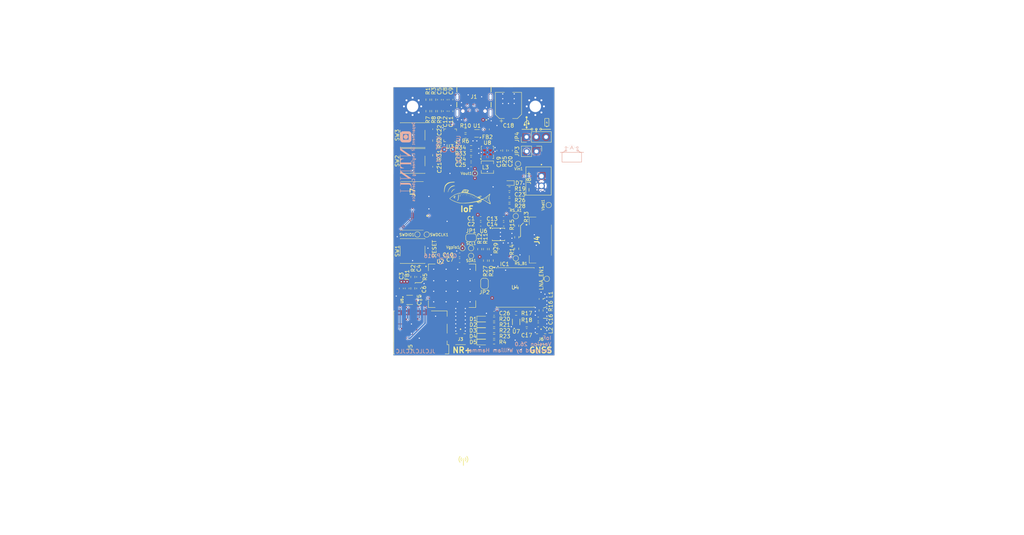
<source format=kicad_pcb>
(kicad_pcb (version 20241229) (generator "pcbnew") (generator_version "9.0")
  (layers (0 "F.Cu" signal) (4 "In1.Cu" signal) (6 "In2.Cu" signal) (2 "B.Cu" signal) (13 "F.Paste" user) (15 "B.Paste" user) (5 "F.SilkS" user "F.Silkscreen") (7 "B.SilkS" user "B.Silkscreen") (1 "F.Mask" user) (3 "B.Mask" user) (25 "Edge.Cuts" user))
  (net 0 "")
  (net 1 "GND")
  (net 2 "/nRF91_BUTTON1")
  (net 3 "/nRF91_BUTTON2")
  (net 4 "+BATT")
  (net 5 "/Battery_voltage")
  (net 6 "+3V3")
  (net 7 "/VREG_IN")
  (net 8 "/CP2102N-VDD")
  (net 9 "Net-(D1-A)")
  (net 10 "/UART1_TX")
  (net 11 "Net-(D2-A)")
  (net 12 "/UART1_RX")
  (net 13 "Net-(D3-A)")
  (net 14 "Net-(D4-A)")
  (net 15 "Net-(D5-A)")
  (net 16 "/I2C_SDA")
  (net 17 "/nINT_RTC")
  (net 18 "/I2C_SCL")
  (net 19 "/SWDIO")
  (net 20 "/SWDCLK")
  (net 21 "/RS485_A")
  (net 22 "/RS485_B")
  (net 23 "/~{nRESET}")
  (net 24 "/DIFF_P")
  (net 25 "/DIFF_N")
  (net 26 "/nRF91_LED1")
  (net 27 "/nRF91_LED2")
  (net 28 "/nRF91_LED3")
  (net 29 "/nRF91_LED4")
  (net 30 "/PPS")
  (net 31 "/RS485_RE")
  (net 32 "/RS485_DE")
  (net 33 "/nRF_UART_RX")
  (net 34 "/nRF_UART_TX")
  (net 35 "/RS485_RX")
  (net 36 "/RS485_DI")
  (net 37 "/VIN")
  (net 38 "Net-(IC1-VBACKUP)")
  (net 39 "/RTC_CLKOUT")
  (net 40 "Net-(JP2-A)")
  (net 41 "/D-")
  (net 42 "/D+")
  (net 43 "/GPS_EXTINT")
  (net 44 "/SIM_VCC")
  (net 45 "/SIM_RST")
  (net 46 "/SIM_CLK")
  (net 47 "/SIM_IO")
  (net 48 "Net-(U2A-~{RESET})")
  (net 49 "Net-(U2A-VDD)")
  (net 50 "VUSB")
  (net 51 "Net-(J6-In)")
  (net 52 "Net-(C17-Pad1)")
  (net 53 "Net-(U8-EN)")
  (net 54 "Net-(U8-FB)")
  (net 55 "/VUSB_C")
  (net 56 "Net-(J1-CC2)")
  (net 57 "Net-(J1-CC1)")
  (net 62 "Net-(JP1-A)")
  (net 63 "Net-(U4-RF_IN)")
  (net 64 "Net-(U8-L1)")
  (net 65 "Net-(U8-L2)")
  (net 66 "Net-(U2A-COEX2)")
  (net 67 "Net-(U2A-ENABLE)")
  (net 68 "Net-(U3-VBUS)")
  (net 69 "Net-(U3-~{RST})")
  (net 70 "Net-(U4-VCC_RF)")
  (net 71 "Net-(U7-R1,_C1)")
  (net 72 "Net-(R18-Pad2)")
  (net 73 "Net-(R31-Pad2)")
  (net 74 "Net-(R32-Pad2)")
  (net 117 "Net-(J3-In)")
  (net 135 "Net-(U4-LNA_EN)")
  (net 137 "Net-(J5-CLK)")
  (net 138 "Net-(J5-RST)")
  (net 139 "Net-(J5-I{slash}O)")
  (net 146 "Net-(D7-A)")
  (net 150 "Net-(J1-SHELL_GND__3)")
  (net 151 "unconnected-(J1-SHELL_GND-PadSH1)")
  (net 155 "Net-(U2A-P0.16{slash}AIN3)")
  (footprint "Capacitor_SMD:C_0603_1608Metric" (layer "F.Cu") (at 109.75 74.25 180)
    (property "Reference" "C7")
    (property "Value" "4.7uF")
  )
  (footprint "Button_Switch_SMD:SW_Push_1P1T_NO_6x6mm_H9.5mm" (layer "F.Cu") (at 97.5 48.25)
    (property "Reference" "SW2")
    (property "Value" "PTS645SM43SMTR92 LF")
  )
  (footprint "LED_SMD:LED_0603_1608Metric" (layer "F.Cu") (at 115.75 92.5)
    (property "Reference" "D3")
    (property "Value" "LED")
  )
  (footprint "Capacitor_SMD:C_0603_1608Metric" (layer "F.Cu") (at 112.75 47.75 180)
    (property "Reference" "C24")
    (property "Value" "1.8p")
  )
  (footprint "Footprints:SON_0X-T1-GE3_VIS" (layer "F.Cu") (at 124.499874 90.2507 90)
    (property "Reference" "U7")
    (property "Value" "SI1040X-T1-GE3")
  )
  (footprint "Inductor_SMD:L_0603_1608Metric" (layer "F.Cu") (at 130.25 91 180)
    (property "Reference" "L2")
    (property "Value" "27nH")
  )
  (footprint "Resistor_SMD:R_0603_1608Metric" (layer "F.Cu") (at 103.25 46.75 90)
    (property "Reference" "R31")
    (property "Value" "1k" (hide yes))
  )
  (footprint "Capacitor_SMD:C_0603_1608Metric" (layer "F.Cu") (at 99.075 81.5 90)
    (property "Reference" "C6")
    (property "Value" "10u")
  )
  (footprint "Resistor_SMD:R_0603_1608Metric" (layer "F.Cu") (at 101.5 32.25 90)
    (property "Reference" "R1")
    (property "Value" "5.1k" (hide yes))
  )
  (footprint "TestPoint:TestPoint_Pad_D1.0mm" (layer "F.Cu") (at 98.756154 67.415373)
    (property "Reference" "SWDIO1")
    (property "Value" "TestPoint" (hide yes))
  )
  (footprint "TestPoint:TestPoint_Pad_D1.0mm" (layer "F.Cu") (at 113.75 51.5 180)
    (property "Reference" "Vout1")
    (property "Value" "TestPoint" (hide yes))
  )
  (footprint "Resistor_SMD:R_0603_1608Metric" (layer "F.Cu") (at 124.5 88)
    (property "Reference" "R17")
    (property "Value" "100k")
  )
  (footprint "Resistor_SMD:R_0603_1608Metric" (layer "F.Cu") (at 118 71.25 90)
    (property "Reference" "R29")
    (property "Value" "10k" (hide yes))
  )
  (footprint "Resistor_SMD:R_0603_1608Metric" (layer "F.Cu") (at 116.5 74.25 -90)
    (property "Reference" "R27")
    (property "Value" "100k")
  )
  (footprint "Connector_PinHeader_2.54mm:PinHeader_1x03_P2.54mm_Vertical" (layer "F.Cu") (at 127.21 41.984505 90)
    (property "Reference" "JP4")
    (property "Value" "VDD_JUMPER")
  )
  (footprint "TestPoint:TestPoint_Pad_D1.0mm" (layer "F.Cu") (at 110.5 71 90)
    (property "Reference" "Vgpio1")
    (property "Value" "TestPoint" (hide yes))
  )
  (footprint "Resistor_SMD:R_0603_1608Metric" (layer "F.Cu") (at 97.575 81.5 90)
    (property "Reference" "R5")
    (property "Value" "10k" (hide yes))
  )
  (footprint "Capacitor_SMD:C_0603_1608Metric" (layer "F.Cu") (at 103.25 49.75 -90)
    (property "Reference" "C21")
    (property "Value" "1u")
  )
  (footprint "Package_DFN_QFN:SiliconLabs_QFN-20-1EP_3x3mm_P0.5mm_EP1.8x1.8mm" (layer "F.Cu") (at 107.3 41.55 180)
    (property "Reference" "U3")
    (property "Value" "CP2102N-Axx-xQFN20")
  )
  (footprint "Resistor_SMD:R_0603_1608Metric" (layer "F.Cu") (at 118.75 92.5)
    (property "Reference" "R22")
    (property "Value" "120")
  )
  (footprint "Resistor_SMD:R_0603_1608Metric" (layer "F.Cu") (at 101.5 35.25 -90)
    (property "Reference" "R7")
    (property "Value" "1k" (hide yes))
  )
  (footprint "Diode_SMD:D_SOD-523" (layer "F.Cu") (at 122.75 54 180)
    (property "Reference" "D7")
    (property "Value" "1SS390SMFHT2R")
  )
  (footprint "LED_SMD:LED_0603_1608Metric" (layer "F.Cu") (at 115.75 94)
    (property "Reference" "D4")
    (property "Value" "LED")
  )
  (footprint "Capacitor_SMD:C_0603_1608Metric" (layer "F.Cu") (at 106 32.25 90)
    (property "Reference" "C8")
    (property "Value" "4.7u")
  )
  (footprint "TestPoint:TestPoint_Pad_D1.0mm" (layer "F.Cu") (at 112.75 73)
    (property "Reference" "SDA1")
    (property "Value" "TestPoint" (hide yes))
  )
  (footprint "Resistor_SMD:R_0603_1608Metric" (layer "F.Cu") (at 118 74.25 -90)
    (property "Reference" "R30")
    (property "Value" "100k")
  )
  (footprint "Resistor_SMD:R_0603_1608Metric" (layer "F.Cu") (at 111.3 40.3 180)
    (property "Reference" "R10")
    (property "Value" "15")
  )
  (footprint "Inductor_SMD:L_Vishay_IHLP-1212" (layer "F.Cu") (at 117 49.85)
    (property "Reference" "L3")
    (property "Value" "LPS3015-222MRB")
  )
  (footprint "Capacitor_SMD:C_0603_1608Metric" (layer "F.Cu") (at 99.075 78.5 90)
    (property "Reference" "C4")
    (property "Value" "100n")
  )
  (footprint "Capacitor_SMD:C_0603_1608Metric" (layer "F.Cu") (at 100.5 84.5 -90)
    (property "Reference" "C15")
    (property "Value" "100nF")
  )
  (footprint "Resistor_SMD:R_0603_1608Metric" (layer "F.Cu") (at 124.65 65.15 90)
    (property "Reference" "R15")
    (property "Value" "10k")
  )
  (footprint "Capacitor_SMD:CP_Elec_6.3x7.7" (layer "F.Cu") (at 122.5 33.75 90)
    (property "Reference" "C18")
    (property "Value" "PCH1E101MCL4GS")
  )
  (footprint "Footprints:JAE_SF72S006VBDR2500" (layer "F.Cu") (at 99.775 92 -90)
    (property "Reference" "J5")
    (property "Value" "SF72S006VBDR2500")
  )
  (footprint "Connector_PinHeader_2.54mm:PinHeader_1x02_P2.54mm_Vertical" (layer "F.Cu") (at 129.79 45.734505 -90)
    (property "Reference" "JP3")
    (property "Value" "Current Measurement")
  )
  (footprint "TestPoint:TestPoint_Pad_D1.0mm" (layer "F.Cu") (at 132.5 79 90)
    (property "Reference" "LNA_EN1")
    (property "Value" "TestPoint")
  )
  (footprint "Package_TO_SOT_SMD:SOT-666" (layer "F.Cu") (at 114.3 41.05 180)
    (property "Reference" "U1")
    (property "Value" "USBLC6-2P6")
  )
  (footprint "Footprints:SHF-105-01-X-D-SM" (layer "F.Cu") (at 97.5325 59.96 90)
    (property "Reference" "J7")
    (property "Value" "SHF-105-01-L-D-SM" (hide yes))
  )
  (footprint "Capacitor_SMD:C_0603_1608Metric" (layer "F.Cu") (at 103.25 39.95 90)
    (property "Reference" "C22")
    (property "Value" "1u")
  )
  (footprint "FishIoT_Footprint_library:usblogo" (layer "F.Cu") (at 127.25 38.234505 180)
    (property "Reference" "G***" (hide yes))
    (property "Value" "LOGO" (hide yes))
  )
  (footprint "Resistor_SMD:R_0603_1608Metric" (layer "F.Cu") (at 118.75 91)
    (property "Reference" "R21")
    (property "Value" "120")
  )
  (footprint "Capacitor_SMD:C_0603_1608Metric" (layer "F.Cu") (at 94.575 81.5 90)
    (property "Reference" "C3")
    (property "Value" "10u")
  )
  (footprint "Capacitor_SMD:C_0603_1608Metric" (layer "F.Cu") (at 107.5 32.225 90)
    (property "Reference" "C9")
    (property "Value" "100n")
  )
  (footprint "Capacitor_SMD:C_0603_1608Metric" (layer "F.Cu") (at 120 45.525 90)
    (property "Reference" "C19")
    (property "Value" "10u")
  )
  (footprint "Inductor_SMD:L_0603_1608Metric" (layer "F.Cu") (at 117 40 90)
    (property "Reference" "FB2")
    (property "Value" "BLM18EG601SZ1D" (hide yes))
  )
  (footprint "TestPoint:TestPoint_Pad_D1.0mm" (layer "F.Cu") (at 124.4 62.65)
    (property "Reference" "RS_A1")
    (property "Value" "TestPoint" (hide yes))
  )
  (footprint "Capacitor_SMD:C_0603_1608Metric" (layer "F.Cu") (at 115.25 64.75 180)
    (property "Reference" "C2")
    (property "Value" "1u")
  )
  (footprint "Footprints:LINX_CONUFL001-SMD-T" (layer "F.Cu") (at 110 94.75 180)
    (property "Reference" "J3")
    (property "Value" "Conn_Coaxial")
  )
  (footprint "LED_SMD:LED_0603_1608Metric" (layer "F.Cu") (at 115.75 89.5)
    (property "Reference" "D1")
    (property "Value" "LED")
  )
  (footprint "FishIoT_Footprint_library:RV3032C7" (layer "F.Cu") (at 121.25 72.65 -90)
    (property "Reference" "IC1")
    (property "Value" "RV-3032-C7_32.768KHZ-2.5PPM-TA-QC" (hide yes))
  )
  (footprint "Resistor_SMD:R_0603_1608Metric" (layer "F.Cu") (at 112.75 46.25 180)
    (property "Reference" "R33")
    (property "Value" "1M2")
  )
  (footprint "Resistor_SMD:R_0603_1608Metric" (layer "F.Cu") (at 131 87.25 -90)
    (property "Reference" "R16")
    (property "Value" "0")
  )
  (footprint "Package_SON:Texas_DRC0010J_ThermalVias" (layer "F.Cu") (at 117 46 90)
    (property "Reference" "U8")
    (property "Value" "TPS63000")
  )
  (footprint "FishIoT_Footprint_library:batterylogoo" (layer "F.Cu") (at 132.5 38.234505 180)
    (property "Reference" "G***" (hide yes))
    (property "Value" "LOGO" (hide yes))
  )
  (footprint "TestPoint:TestPoint_Pad_D1.0mm" (layer "F.Cu") (at 133 59.75 180)
    (property "Reference" "Vbat1")
    (property "Value" "TestPoint" (hide yes))
  )
  (footprint "Inductor_SMD:L_0603_1608Metric" (layer "F.Cu") (at 96.075 81.5 -90)
    (property "Reference" "FB1")
    (property "Value" "120R/070A" (hide yes))
  )
  (footprint "Resistor_SMD:R_0603_1608Metric" (layer "F.Cu") (at 103 32.25 -90)
    (property "Reference" "R3")
    (property "Value" "5.1k")
  )
  (footprint "Capacitor_SMD:C_0603_1608Metric" (layer "F.Cu") (at 106 35.25 -90)
    (property "Reference" "C12")
    (property "Value" "100n")
  )
  (footprint "Resistor_SMD:R_0603_1608Metric" (layer "F.Cu") (at 104.5 35.25 -90)
    (property "Reference" "R9")
    (property "Value" "47.5k")
  )
  (footprint "TestPoint:TestPoint_Pad_D1.0mm" (layer "F.Cu") (at 125 49 180)
    (property "Reference" "Vin1")
    (property "Value" "TestPoint" (hide yes))
  )
  (footprint "TestPoint:TestPoint_Pad_D1.0mm" (layer "F.Cu") (at 124.4 73.65)
    (property "Reference" "RS_B1")
    (property "Value" "TestPoint" (hide yes))
  )
  (footprint "FishIoT_Footprint_library:Fishlogo" (layer "F.Cu") (at 112 57.25)
    (property "Reference" "G***" (hide yes))
    (property "Value" "LOGO" (hide yes))
  )
  (footprint "Footprints:LINX_CONUFL001-SMD-T" (layer "F.Cu") (at 131 94.75 180)
    (property "Reference" "J6")
    (property "Value" "Conn_Coaxial")
  )
  (footprint "RF_GPS:ublox_MAX" (layer "F.Cu") (at 124.25 81.25)
    (property "Reference" "U4")
    (property "Value" "MAX-M10S")
  )
  (footprint "Button_Switch_SMD:SW_Push_1P1T_NO_6x6mm_H9.5mm" (layer "F.Cu") (at 97.5 71.75 180)
    (property "Reference" "SW1")
    (property "Value" "PTS645SM43SMTR92 LF" (hide yes))
  )
  (footprint "Capacitor_SMD:C_0603_1608Metric" (layer "F.Cu") (at 115.25 63.25 180)
    (property "Reference" "C1")
    (property "Value" "1u")
  )
  (footprint "MountingHole:MountingHole_3mm_Pad_Via" (layer "F.Cu") (at 97.5 34)
    (property "Reference" "H1" (hide yes))
    (property "Value" "MountingHole_Pad")
  )
  (footprint "Jumper:SolderJumper-2_P1.3mm_Open_RoundedPad1.0x1.5mm" (layer "F.Cu") (at 116.25 80.25 -90)
    (property "Reference" "JP2")
    (property "Value" "SolderJumper_2_Open")
  )
  (footprint "Footprints:GCT_USB4105-GF-A-120" (layer "F.Cu") (at 113.5 31.53599 180)
    (property "Reference" "J1")
    (property "Value" "USB4105-GF-A-120")
  )
  (footprint "Jumper:SolderJumper-2_P1.3mm_Open_RoundedPad1.0x1.5mm" (layer "F.Cu") (at 112.75 68.25)
    (property "Reference" "JP1")
    (property "Value" "SolderJumper_2_Open")
  )
  (footprint "Footprints:MOLEX_0705430001" (layer "F.Cu") (at 131.10099 53.474505 90)
    (property "Reference" "J8")
    (property "Value" "0705430001")
  )
  (footprint "Footprints:SON50P210X160X65-9N" (layer "F.Cu") (at 96.72 84.5)
    (property "Reference" "U5")
    (property "Value" "TPD3F303DPVR")
  )
  (footprint "Capacitor_SMD:C_0603_1608Metric" (layer "F.Cu") (at 121.225 63.25 180)
    (property "Reference" "C13")
    (property "Value" "0.1u")
  )
  (footprint "FishIoT_Footprint_library:antennalogo" (layer "F.Cu") (at 110.75 126.5)
    (property "Reference" "G***" (hide yes))
    (property "Value" "LOGO" (hide yes))
  )
  (footprint "Resistor_SMD:R_0603_1608Metric" (layer "F.Cu") (at 103 35.25 90)
    (property "Reference" "R8")
    (property "Value" "22.1k")
  )
  (footprint "Resistor_SMD:R_0603_1608Metric" (layer "F.Cu") (at 118.75 95.5 180)
    (property "Reference" "R4")
    (property "Value" "120" (hide yes))
  )
  (footprint "Resistor_SMD:R_0603_1608Metric" (layer "F.Cu") (at 112.75 44.75)
    (property "Reference" "R34")
    (property "Value" "215k")
  )
  (footprint "Capacitor_SMD:C_0603_1608Metric" (layer "F.Cu") (at 130.25 89.5 180)
    (property "Reference" "C16")
    (property "Value" "TBD")
  )
  (footprint "Resistor_SMD:R_0603_1608Metric" (layer "F.Cu") (at 118.75 94)
    (property "Reference" "R23")
    (property "Value" "120")
  )
  (footprint "Capacitor_SMD:C_0603_1608Metric" (layer "F.Cu") (at 107.5 35.275 -90)
    (property "Reference" "C11")
    (property "Value" "4.7u")
  )
  (footprint "Resistor_SMD:R_0603_1608Metric" (layer "F.Cu") (at 111.3 41.8 180)
    (property "Reference" "R6")
    (property "Value" "15")
  )
  (footprint "Capacitor_SMD:C_0603_1608Metric" (layer "F.Cu") (at 118.75 88)
    (property "Reference" "C26")
    (property "Value" "10u")
  )
  (footprint "Resistor_SMD:R_0603_1608Metric" (layer "F.Cu") (at 124.65 71.15 90)
    (property "Reference" "R14")
    (property "Value" "10k")
  )
  (footprint "LED_SMD:LED_0603_1608Metric" (layer "F.Cu") (at 115.75 91)
    (property "Reference" "D2")
    (property "Value" "LED" (hide yes))
  )
  (footprint "Capacitor_SMD:C_0603_1608Metric" (layer "F.Cu") (at 122.75 57 180)
    (property "Reference" "C23")
    (property "Value" "1u")
  )
  (footprint "Resistor_SMD:R_0603_1608Metric" (layer "F.Cu") (at 118.75 89.5)
    (property "Reference" "R20")
    (property "Value" "120")
  )
  (footprint "Resistor_SMD:R_0603_1608Metric" (layer "F.Cu") (at 124.65 68.15 90)
    (property "Reference" "R13")
    (property "Value" "120" (hide yes))
  )
  (footprint "NRF9151_LACA_R7:XCVR_NRF9151-LACA-R7" (layer "F.Cu") (at 107.8 80.8)
    (property "Reference" "U2")
    (property "Value" "NRF9151-LACA-R7")
  )
  (footprint "TestPoint:TestPoint_Pad_D1.0mm" (layer "F.Cu") (at 112.75 71)
    (property "Reference" "SCL1")
    (property "Value" "TestPoint" (hide yes))
  )
  (footprint "Resistor_SMD:R_0603_1608Metric" (layer "F.Cu") (at 115 71.25 90)
    (property "Reference" "R12")
    (property "Value" "4.7k" (hide yes))
  )
  (footprint "Resistor_SMD:R_0603_1608Metric" (layer "F.Cu") (at 116.5 71.25 90)
    (property "Reference" "R11")
    (property "Value" "4.7k" (hide yes))
  )
  (footprint "Resistor_SMD:R_0603_1608Metric" (layer "F.Cu") (at 103.25 42.925 -90)
    (property "Reference" "R32")
    (property "Value" "1k")
  )
  (footprint "Footprints:BM05BZESSTBTLFSN" (layer "F.Cu") (at 130.4 68.9 90)
    (property "Reference" "J4")
    (property "Value" "BM05B-ZESS-TBT" (hide yes))
  )
  (footprint "Inductor_SMD:L_0603_1608Metric" (layer "F.Cu") (at 131 84.25 -90)
    (property "Reference" "L1")
    (property "Value" "TBD")
  )
  (footprint "TestPoint:TestPoint_Pad_D1.0mm" (layer "F.Cu") (at 101.184157 67.440665)
    (property "Reference" "SWDCLK1")
    (property "Value" "TestPoint" (hide yes))
  )
  (footprint "MountingHole:MountingHole_3mm_Pad_Via" (layer "F.Cu") (at 129.5 34)
    (property "Reference" "H2" (hide yes))
    (property "Value" "MountingHole_Pad" (hide yes))
  )
  (footprint "Resistor_SMD:R_0603_1608Metric" (layer "F.Cu") (at 121.5 45.525 90)
    (property "Reference" "R25")
    (property "Value" "100")
  )
  (footprint "Resistor_SMD:R_0603_1608Metric" (layer "F.Cu") (at 122.75 55.5)
    (property "Reference" "R19")
    (property "Value" "3k")
  )
  (footprint "Resistor_SMD:R_0603_1608Metric" (layer "F.Cu") (at 127.25 91 180)
    (property "Reference" "R18")
    (property "Value" "10")
  )
  (footprint "Package_SO:TSSOP-8_3x3mm_P0.65mm" (layer "F.Cu") (at 119.9 67.4)
    (property "Reference" "U6")
    (property "Value" "MAX3471")
  )
  (footprint "Resistor_SMD:R_0603_1608Metric" (layer "F.Cu") (at 97.575 78.5 90)
    (property "Reference" "R2")
    (property "Value" "1k")
  )
  (footprint "Resistor_SMD:R_0603_1608Metric" (layer "F.Cu") (at 122.75 60)
    (property "Reference" "R28")
    (property "Value" "100k")
  )
  (footprint "Capacitor_SMD:C_0603_1608Metric" (layer "F.Cu") (at 109.75 72.75 180)
    (property "Reference" "C10")
    (property "Value" "100nF")
  )
  (footprint "Capacitor_SMD:C_0603_1608Metric" (layer "F.Cu") (at 121.25 64.75)
    (property "Reference" "C14")
    (property "Value" "0.1u")
  )
  (footprint "Capacitor_SMD:C_0603_1608Metric" (layer "F.Cu") (at 123 45.525 -90)
    (property "Reference" "C20")
    (property "Value" "100n")
  )
  (footprint "Resistor_SMD:R_0603_1608Metric" (layer "F.Cu") (at 122.75 58.5 180)
    (property "Reference" "R26")
    (property "Value" "240k")
  )
  (footprint "Capacitor_SMD:C_0603_1608Metric" (layer "F.Cu") (at 127.25 92.5 180)
    (property "Reference" "C17")
    (property "Value" "10nF")
  )
  (footprint "LED_SMD:LED_0603_1608Metric" (layer "F.Cu") (at 115.75 95.5)
    (property "Reference" "D5")
    (property "Value" "GREEN_LED")
  )
  (footprint "Capacitor_SMD:C_0603_1608Metric" (layer "F.Cu") (at 104.5 32.25 90)
    (property "Reference" "C5")
    (property "Value" "100n")
  )
  (footprint "Button_Switch_SMD:SW_Push_1P1T_NO_6x6mm_H9.5mm" (layer "F.Cu") (at 97.5 41.5 180)
    (property "Reference" "SW3")
    (property "Value" "PTS645SM43SMTR92 LF" (hide yes))
  )
  (footprint "Capacitor_SMD:C_0603_1608Metric" (layer "F.Cu") (at 112.75 49.25 180)
    (property "Reference" "C25")
    (property "Value" "22u")
  )
  (footprint "TestPoint:TestPoint_Pad_D1.0mm" (layer "B.Cu") (at 108 45.25 90)
    (property "Reference" "UART_RX1")
    (property "Value" "TestPoint")
  )
  (footprint "FishIoT_Footprint_library:NTNUlogo2" (layer "B.Cu") (at 95.75 48.5 -90)
    (property "Reference" "G***" (hide yes))
    (property "Value" "LOGO" (hide yes))
  )
  (footprint "FishIoT_Footprint_library:ammeterlogo" (layer "B.Cu") (at 139.000001 44.73 180)
    (property "Reference" "G***" (hide yes))
    (property "Value" "LOGO" (hide yes))
  )
  (footprint "TestPoint:TestPoint_Pad_D1.0mm" (layer "B.Cu") (at 104.75 74.471852 180)
    (property "Reference" "GPIO_P.016")
    (property "Value" "TestPoint")
  )
  (footprint "TestPoint:TestPoint_Pad_D1.0mm" (layer "B.Cu") (at 105.75 45.25 90)
    (property "Reference" "UART_TX1")
    (property "Value" "TestPoint")
  )
  (gr_circle (center 129.75 39.984505) (end 130.004 39.984505) (stroke (width 0.15)) (fill no) (layer "F.SilkS"))
  (gr_circle (center 128.609891 39.956459) (end 128.863891 39.956459) (stroke (width 0.15)) (fill no) (layer "F.SilkS"))
  (gr_circle (center 130.895891 39.956459) (end 130.641891 39.956459) (stroke (width 0.15)) (fill no) (layer "F.SilkS"))
  (gr_line (start 131.51 84.255442) (end 132.0821 83.967076) (stroke (width 0.15)) (layer "F.SilkS"))
  (gr_line (start 125.65 65.15) (end 125.65 67.9) (stroke (width 0.15)) (layer "F.SilkS"))
  (gr_line (start 131.559835 91.420312) (end 132.424586 92.094759) (stroke (width 0.15)) (layer "F.SilkS"))
  (gr_line (start 125.65 67.9) (end 125.4 68.15) (stroke (width 0.15)) (layer "F.SilkS"))
  (gr_line (start 131.569183 89.312597) (end 132.750697 89.312597) (stroke (width 0.15)) (layer "F.SilkS"))
  (gr_line (start 126.4 64.4) (end 125.9 64.9) (stroke (width 0.15)) (layer "F.SilkS"))
  (gr_line (start 129.741994 40.734505) (end 129.741994 39.965338) (stroke (width 0.15)) (layer "F.SilkS"))
  (gr_line (start 98.25 80) (end 98.122638 80.163203) (stroke (width 0.15)) (layer "F.SilkS"))
  (gr_line (start 99.75 80) (end 100.25 79.5) (stroke (width 0.15)) (layer "F.SilkS"))
  (gr_line (start 133.5 39.984505) (end 130.961949 39.984505) (stroke (width 0.15)) (layer "F.SilkS"))
  (gr_line (start 131.598508 86.607319) (end 132.562556 86.262394) (stroke (width 0.15)) (layer "F.SilkS"))
  (gr_line (start 98.25 80) (end 99.75 80) (stroke (width 0.15)) (layer "F.SilkS"))
  (gr_line (start 125.9 64.9) (end 125.65 65.15) (stroke (width 0.15)) (layer "F.SilkS"))
  (gr_line (start 126 39.984505) (end 128.548949 39.984505) (stroke (width 0.15)) (layer "F.SilkS"))
  (gr_circle (center 140.474797 44.721045) (end 140.713888 44.746893) (stroke (width 0.11)) (fill no) (layer "B.SilkS"))
  (gr_circle (center 137.482923 45.49293) (end 137.722014 45.518778) (stroke (width 0.11)) (fill no) (layer "B.SilkS"))
  (gr_rect (start 136.46 46) (end 141.54 48.54) (stroke (width 0.15)) (fill no) (layer "B.SilkS"))
  (gr_line (start 141.286 46) (end 140.510126 45.467082) (stroke (width 0.15)) (layer "B.SilkS"))
  (gr_circle (center 137.500155 44.726114) (end 137.739246 44.751962) (stroke (width 0.11)) (fill no) (layer "B.SilkS"))
  (gr_circle (center 140.510126 45.467082) (end 140.749217 45.49293) (stroke (width 0.11)) (fill no) (layer "B.SilkS"))
  (gr_line (start 135.952 46) (end 136.714 46) (stroke (width 0.15)) (layer "B.SilkS"))
  (gr_line (start 142.1115 46) (end 140.9685 46) (stroke (width 0.15)) (layer "B.SilkS"))
  (gr_line (start 136.714 46) (end 137.476 45.492) (stroke (width 0.15)) (layer "B.SilkS"))
  (gr_poly (pts (xy 134.5 29) (xy 92.5 29) (xy 92.5 99) (xy 134.5 99)) (stroke (width 0.1)) (fill no) (layer "Edge.Cuts"))
  (gr_text "NR+" (at 107.75 98.5 0) (layer "F.SilkS") (effects (font (size 1.5 1.5) (thickness 0.3) (bold yes)) (justify left bottom)))
  (gr_text "IoF" (at 109.789607 61.6696 0) (layer "F.SilkS") (effects (font (size 1.5 1.5) (thickness 0.3) (bold yes)) (justify left bottom)))
  (gr_text "-\n" (at 127.34099 55.044681 270) (layer "F.SilkS") (effects (font (size 1 1)) (justify left bottom)))
  (gr_text "GNSS" (at 127.75 98.5 0) (layer "F.SilkS") (effects (font (size 1.5 1.5) (thickness 0.3) (bold yes)) (justify left bottom)))
  (gr_text "+\n" (at 128.529061 51.037079 180) (layer "F.SilkS") (effects (font (size 1 1)) (justify left bottom)))
  (gr_text "RESET" (at 103.75 73.5 90) (layer "F.SilkS") (effects (font (size 1 1)) (justify left bottom)))
  (gr_text "IoF \nVersion 26.0\nDesigned by William Hammer\n" (at 133.75 98.25 0) (layer "B.SilkS") (effects (font (size 1 1)) (justify left bottom mirror)))
  (gr_text "JLCJLCJLCJLC" (at 103.5 98.5 0) (layer "B.SilkS") (effects (font (size 1 1)) (justify left bottom mirror)))
  (gr_text "Department of Engineering Cybernetics" (at 98.15 38.022744 90) (layer "B.SilkS") (effects (font (size 0.7 0.7) (thickness 0.12) (bold yes)) (justify left bottom mirror)))
  (segment (start 99.1 80.75) (end 99.075 80.725) (width 0.4) (layer "F.Cu") (net 1))
  (segment (start 119.15 44.8) (end 120 44.8) (width 1) (layer "F.Cu") (net 1))
  (segment (start 99.21 94.54) (end 99.25 94.5) (width 0.4) (layer "F.Cu") (net 1))
  (segment (start 124.65 71.975) (end 124.725 71.975) (width 0.25) (layer "F.Cu") (net 1))
  (segment (start 93.525 68.025) (end 93.5 68) (width 0.3) (layer "F.Cu") (net 1))
  (segment (start 106.55 40.8) (end 105.75 40.8) (width 0.4) (layer "F.Cu") (net 1))
  (segment (start 101.75 60.75) (end 101.27 61.23) (width 0.4) (layer "F.Cu") (net 1))
  (segment (start 109.502 41.8) (end 109.75 42.048) (width 0.25) (layer "F.Cu") (net 1))
  (segment (start 104.45 33.075) (end 104.5 33.025) (width 0.8) (layer "F.Cu") (net 1))
  (segment (start 93.35 93.22) (end 97.183303 93.22) (width 0.15) (layer "F.Cu") (net 1))
  (segment (start 107.5 33) (end 107.5 34.5) (width 0.8) (layer "F.Cu") (net 1))
  (segment (start 99.601459 83.725) (end 99.516861 83.640402) (width 0.3) (layer "F.Cu") (net 1))
  (segment (start 116.751 36.751) (end 116.751 36.34199) (width 0.8) (layer "F.Cu") (net 1))
  (segment (start 93.35 90.78) (end 97.19673 90.78) (width 0.15) (layer "F.Cu") (net 1))
  (segment (start 116.5 44.6) (end 116.5 45.5) (width 0.25) (layer "F.Cu") (net 1))
  (segment (start 105.75 40.8) (end 105.399067 40.449067) (width 0.4) (layer "F.Cu") (net 1))
  (segment (start 93.525 69.5) (end 93.525 68.025) (width 0.3) (layer "F.Cu") (net 1))
  (segment (start 116.5 45.5) (end 117 46) (width 0.25) (layer "F.Cu") (net 1))
  (segment (start 116.75 88) (end 117.975 88) (width 0.4) (layer "F.Cu") (net 1))
  (segment (start 99.565 57.42) (end 101.67 57.42) (width 0.4) (layer "F.Cu") (net 1))
  (segment (start 108.85 41.8) (end 109.502 41.8) (width 0.25) (layer "F.Cu") (net 1))
  (segment (start 117.5 44.6) (end 117.5 45.5) (width 0.25) (layer "F.Cu") (net 1))
  (segment (start 118 73.425) (end 118 72.075) (width 1) (layer "F.Cu") (net 1))
  (segment (start 101.75 60.75) (end 100.96 59.96) (width 0.4) (layer "F.Cu") (net 1))
  (segment (start 101.5 69.525) (end 101.475 69.5) (width 0.3) (layer "F.Cu") (net 1))
  (segment (start 97.183303 93.22) (end 97.187091 93.223788) (width 0.15) (layer "F.Cu") (net 1))
  (segment (start 107.3 41.55) (end 107.55 41.8) (width 0.4) (layer "F.Cu") (net 1))
  (segment (start 100.5 83.725) (end 99.601459 83.725) (width 0.3) (layer "F.Cu") (net 1))
  (segment (start 101.67 57.42) (end 101.75 57.5) (width 0.4) (layer "F.Cu") (net 1))
  (segment (start 100.5 80.25) (end 100 80.75) (width 0.4) (layer "F.Cu") (net 1))
  (segment (start 100 80.75) (end 99.1 80.75) (width 0.4) (layer "F.Cu") (net 1))
  (segment (start 119.75 75.75) (end 119.75 76.6) (width 0.3) (layer "F.Cu") (net 1))
  (segment (start 103 33.075) (end 104.45 33.075) (width 0.8) (layer "F.Cu") (net 1))
  (segment (start 99.075 80.725) (end 99.075 79.275) (width 0.4) (layer "F.Cu") (net 1))
  (segment (start 117.95 46) (end 119.15 44.8) (width 1) (layer "F.Cu") (net 1))
  (segment (start 111.975 49.25) (end 111.975 50.225) (width 0.4) (layer "F.Cu") (net 1))
  (segment (start 101.5 33.075) (end 98.425 33.075) (width 0.8) (layer "F.Cu") (net 1))
  (segment (start 106 33.025) (end 106 34.475) (width 0.8) (layer "F.Cu") (net 1))
  (segment (start 117.5 45.5) (end 117 46) (width 0.25) (layer "F.Cu") (net 1))
  (segment (start 101.5 39.375) (end 103.05 39.375) (width 0.4) (layer "F.Cu") (net 1))
  (segment (start 105.399067 40.449067) (end 105.399067 39.557756) (width 0.4) (layer "F.Cu") (net 1))
  (segment (start 117.25 37.25) (end 116.751 36.751) (width 0.8) (layer "F.Cu") (net 1))
  (segment (start 100.96 59.96) (end 99.565 59.96) (width 0.4) (layer "F.Cu") (net 1))
  (segment (start 101.5 71) (end 101.5 69.525) (width 0.3) (layer "F.Cu") (net 1))
  (segment (start 125.5 72.75) (end 124.725 71.975) (width 0.25) (layer "F.Cu") (net 1))
  (segment (start 121.85 74) (end 121.85 76.65) (width 0.4) (layer "F.Cu") (net 1))
  (segment (start 107.55 41.8) (end 108.85 41.8) (width 0.4) (layer "F.Cu") (net 1))
  (segment (start 98.425 33.075) (end 97.5 34) (width 0.8) (layer "F.Cu") (net 1))
  (segment (start 101.5 33.075) (end 103 33.075) (width 0.8) (layer "F.Cu") (net 1))
  (segment (start 111.975 50.225) (end 112 50.25) (width 0.4) (layer "F.Cu") (net 1))
  (segment (start 117 47.4) (end 117 46) (width 0.25) (layer "F.Cu") (net 1))
  (segment (start 119.75 76.6) (end 119.5 76.85) (width 0.3) (layer "F.Cu") (net 1))
  (segment (start 101.27 61.23) (end 99.565 61.23) (width 0.4) (layer "F.Cu") (net 1))
  (segment (start 104.5 33.025) (end 104.5 34.425) (width 0.8) (layer "F.Cu") (net 1))
  (segment (start 124.8 71.9) (end 127.2 71.9) (width 0.25) (layer "F.Cu") (net 1))
  (segment (start 121.85 76.65) (end 121.75 76.75) (width 0.4) (layer "F.Cu") (net 1))
  (segment (start 109.75 42.048) (end 109.75 42.75) (width 0.25) (layer "F.Cu") (net 1))
  (segment (start 107.3 41.55) (end 106.55 40.8) (width 0.4) (layer "F.Cu") (net 1))
  (segment (start 116.7 36.29099) (end 116.7 36.7) (width 0.25) (layer "F.Cu") (net 1))
  (segment (start 124.725 71.975) (end 124.8 71.9) (width 0.25) (layer "F.Cu") (net 1))
  (segment (start 97.19673 90.78) (end 97.197576 90.780846) (width 0.15) (layer "F.Cu") (net 1))
  (segment (start 98.37 94.54) (end 99.21 94.54) (width 0.4) (layer "F.Cu") (net 1))
  (segment (start 104.5 33.025) (end 106 33.025) (width 0.8) (layer "F.Cu") (net 1))
  (segment (start 103.5 88.75) (end 103.5 87.905) (width 0.4) (layer "F.Cu") (net 1))
  (via (at 112.5 79.5) (size 0.6) (drill 0.3) (layers "F.Cu" "B.Cu") (net 1))
  (via (at 120.4 67.9) (size 0.6) (drill 0.3) (layers "F.Cu" "B.Cu") (net 1))
  (via (at 129.5 87.5) (size 0.6) (drill 0.3) (layers "F.Cu" "B.Cu") (net 1))
  (via (at 106.25 82.25) (size 0.6) (drill 0.3) (layers "F.Cu" "B.Cu") (net 1))
  (via (at 111.25 91.75) (size 0.6) (drill 0.3) (layers "F.Cu" "B.Cu") (net 1))
  (via (at 97.187091 93.223788) (size 0.6) (drill 0.3) (layers "F.Cu" "B.Cu") (net 1))
  (via (at 117 51) (size 0.6) (drill 0.3) (layers "F.Cu" "B.Cu") (net 1))
  (via (at 124.25 95) (size 0.6) (drill 0.3) (layers "F.Cu" "B.Cu") (net 1))
  (via (at 112 50.25) (size 0.6) (drill 0.3) (layers "F.Cu" "B.Cu") (net 1))
  (via (at 114.75 45) (size 0.6) (drill 0.3) (layers "F.Cu" "B.Cu") (net 1))
  (via (at 110.25 37.5) (size 0.6) (drill 0.3) (layers "F.Cu" "B.Cu") (net 1))
  (via (at 103 76.5) (size 0.6) (drill 0.3) (layers "F.Cu" "B.Cu") (net 1))
  (via (at 107.25 51.5) (size 0.6) (drill 0.3) (layers "F.Cu" "B.Cu") (net 1))
  (via (at 115.5 31.5) (size 0.6) (drill 0.3) (layers "F.Cu" "B.Cu") (net 1))
  (via (at 119 44.75) (size 0.6) (drill 0.3) (layers "F.Cu" "B.Cu") (net 1))
  (via (at 106.25 79.5) (size 0.6) (drill 0.3) (layers "F.Cu" "B.Cu") (net 1))
  (via (at 124 30.75) (size 0.6) (drill 0.3) (layers "F.Cu" "B.Cu") (net 1))
  (via (at 114.75 46.25) (size 0.6) (drill 0.3) (layers "F.Cu" "B.Cu") (net 1))
  (via (at 112.5 82.25) (size 0.6) (drill 0.3) (layers "F.Cu" "B.Cu") (net 1))
  (via (at 126.5 54.25) (size 0.6) (drill 0.3) (layers "F.Cu" "B.Cu") (net 1))
  (via (at 121 33.25) (size 0.6) (drill 0.3) (layers "F.Cu" "B.Cu") (net 1))
  (via (at 124 33.25) (size 0.6) (drill 0.3) (layers "F.Cu" "B.Cu") (net 1))
  (via (at 103 85) (size 0.6) (drill 0.3) (layers "F.Cu" "B.Cu") (net 1))
  (via (at 100.5 80.25) (size 0.6) (drill 0.3) (layers "F.Cu" "B.Cu") (net 1))
  (via (at 111.25 88.75) (size 0.6) (drill 0.3) (layers "F.Cu" "B.Cu") (net 1))
  (via (at 123.4 69.65) (size 0.6) (drill 0.3) (layers "F.Cu" "B.Cu") (net 1))
  (via (at 109.75 42.75) (size 0.6) (drill 0.3) (layers "F.Cu" "B.Cu") (net 1))
  (via (at 129.5 93) (size 0.6) (drill 0.3) (layers "F.Cu" "B.Cu") (net 1))
  (via (at 116.75 34.25) (size 0.6) (drill 0.3) (layers "F.Cu" "B.Cu") (net 1))
  (via (at 115 96.75) (size 0.6) (drill 0.3) (layers "F.Cu" "B.Cu") (net 1))
  (via (at 97.5 50.75) (size 0.6) (drill 0.3) (layers "F.Cu" "B.Cu") (net 1))
  (via (at 132.5 83.75) (size 0.6) (drill 0.3) (layers "F.Cu" "B.Cu") (net 1))
  (via (at 109.25 79.5) (size 0.6) (drill 0.3) (layers "F.Cu" "B.Cu") (net 1))
  (via (at 123.25 91.5) (size 0.6) (drill 0.3) (layers "F.Cu" "B.Cu") (net 1))
  (via (at 132.5 89.75) (size 0.6) (drill 0.3) (layers "F.Cu" "B.Cu") (net 1))
  (via (at 101.75 60.75) (size 0.6) (drill 0.3) (layers "F.Cu" "B.Cu") (net 1))
  (via (at 129.5 88.5) (size 0.6) (drill 0.3) (layers "F.Cu" "B.Cu") (net 1))
  (via (at 93.5 68) (size 0.6) (drill 0.3) (layers "F.Cu" "B.Cu") (net 1))
  (via (at 106.5 64) (size 0.6) (drill 0.3) (layers "F.Cu" "B.Cu") (net 1))
  (via (at 120.4 68.9) (size 0.6) (drill 0.3) (layers "F.Cu" "B.Cu") (net 1))
  (via (at 119.75 75.75) (size 0.6) (drill 0.3) (layers "F.Cu" "B.Cu") (net 1))
  (via (at 125.5 72.75) (size 0.6) (drill 0.3) (layers "F.Cu" "B.Cu") (net 1))
  (via (at 129.518434 54.811096) (size 0.6) (drill 0.3) (layers "F.Cu" "B.Cu") (net 1))
  (via (at 121.15 69.65) (size 0.6) (drill 0.3) (layers "F.Cu" "B.Cu") (net 1))
  (via (at 121.75 76.75) (size 0.6) (drill 0.3) (layers "F.Cu" "B.Cu") (net 1))
  (via (at 132.5 85.75) (size 0.6) (drill 0.3) (layers "F.Cu" "B.Cu") (net 1))
  (via (at 123.4 67.15) (size 0.6) (drill 0.3) (layers "F.Cu" "B.Cu") (net 1))
  (via (at 125.75 97.5) (size 0.6) (drill 0.3) (layers "F.Cu" "B.Cu") (net 1))
  (via (at 132.5 87.75) (size 0.6) (drill 0.3) (layers "F.Cu" "B.Cu") (net 1))
  (via (at 109.25 85) (size 0.6) (drill 0.3) (layers "F.Cu" "B.Cu") (net 1))
  (via (at 123.4 68.4) (size 0.6) (drill 0.3) (layers "F.Cu" "B.Cu") (net 1))
  (via (at 108.75 90.75) (size 0.6) (drill 0.3) (layers "F.Cu" "B.Cu") (net 1))
  (via (at 106.25 85) (size 0.6) (drill 0.3) (layers "F.Cu" "B.Cu") (net 1))
  (via (at 116.75 88) (size 0.6) (drill 0.3) (layers "F.Cu" "B.Cu") (net 1))
  (via (at 118.5 55) (size 0.6) (drill 0.3) (layers "F.Cu" "B.Cu") (net 1))
  (via (at 107.5 33.75) (size 0.6) (drill 0.3) (layers "F.Cu" "B.Cu") (net 1))
  (via (at 129.25 67.5) (size 0.6) (drill 0.3) (layers "F.Cu" "B.Cu") (net 1))
  (via (at 129.5 92) (size 0.6) (drill 0.3) (layers "F.Cu" "B.Cu") (net 1))
  (via (at 131.951724 56.119911) (size 0.6) (drill 0.3) (layers "F.Cu" "B.Cu") (net 1))
  (via (at 108.75 88.75) (size 0.6) (drill 0.3) (layers "F.Cu" "B.Cu") (net 1))
  (via (at 122.5 33.25) (size 0.6) (drill 0.3) (layers "F.Cu" "B.Cu") (net 1))
  (via (at 132.5 88.75) (size 0.6) (drill 0.3) (layers "F.Cu" "B.Cu") (net 1))
  (via (at 132.5 92.5) (size 0.6) (drill 0.3) (layers "F.Cu" "B.Cu") (net 1))
  (via (at 101.5 71) (size 0.6) (drill 0.3) (layers "F.Cu" "B.Cu") (net 1))
  (via (at 118 37.75) (size 0.6) (drill 0.3) (layers "F.Cu" "B.Cu") (net 1))
  (via (at 131 82.5) (size 0.6) (drill 0.3) (layers "F.Cu" "B.Cu") (net 1))
  (via (at 121 30.75) (size 0.6) (drill 0.3) (layers "F.Cu" "B.Cu") (net 1))
  (via (at 111.247425 92.630344) (size 0.6) (drill 0.3) (layers "F.Cu" "B.Cu") (net 1))
  (via (at 99.516861 83.640402) (size 0.6) (drill 0.3) (layers "F.Cu" "B.Cu") (net 1))
  (via (at 108.75 87.75) (size 0.6) (drill 0.3) (layers "F.Cu" "B.Cu") (net 1))
  (via (at 119 45.75) (size 0.6) (drill 0.3) (layers "F.Cu" "B.Cu") (net 1))
  (via (at 105.399067 39.557756) (size 0.6) (drill 0.3) (layers "F.Cu" "B.Cu") (net 1))
  (via (at 132.5 84.75) (size 0.6) (drill 0.3) (layers "F.Cu" "B.Cu") (net 1))
  (via (at 119.5 39) (size 0.6) (drill 0.3) (layers "F.Cu" "B.Cu") (net 1))
  (via (at 122.4 69.65) (size 0.6) (drill 0.3) (layers "F.Cu" "B.Cu") (net 1))
  (via (at 122.5 97.5) (size 0.6) (drill 0.3) (layers "F.Cu" "B.Cu") (net 1))
  (via (at 111.25 86.75) (size 0.6) (drill 0.3) (layers "F.Cu" "B.Cu") (net 1))
  (via (at 105.75 44) (size 0.6) (drill 0.3) (layers "F.Cu" "B.Cu") (net 1))
  (via (at 110.25 33) (size 0.6) (drill 0.3) (layers "F.Cu" "B.Cu") (net 1))
  (via (at 97.5 46.75) (size 0.6) (drill 0.3) (layers "F.Cu" "B.Cu") (net 1))
  (via (at 117.25 37.25) (size 0.6) (drill 0.3) (layers "F.Cu" "B.Cu") (net 1))
  (via (at 132.5 91.630344) (size 0.6) (drill 0.3) (layers "F.Cu" "B.Cu") (net 1))
  (via (at 103 79.5) (size 0.6) (drill 0.3) (layers "F.Cu" "B.Cu") (net 1))
  (via (at 112.5 76.5) (size 0.6) (drill 0.3) (layers "F.Cu" "B.Cu") (net 1))
  (via (at 111.25 87.75) (size 0.6) (drill 0.3) (layers "F.Cu" "B.Cu") (net 1))
  (via (at 111.25 89.75) (size 0.6) (drill 0.3) (layers "F.Cu" "B.Cu") (net 1))
  (via (at 120.4 66.9) (size 0.6) (drill 0.3) (layers "F.Cu" "B.Cu") (net 1))
  (via (at 109.25 76.5) (size 0.6) (drill 0.3) (layers "F.Cu" "B.Cu") (net 1))
  (via (at 103 82.25) (size 0.6) (drill 0.3) (layers "F.Cu" "B.Cu") (net 1))
  (via (at 108.75 89.75) (size 0.6) (drill 0.3) (layers "F.Cu" "B.Cu") (net 1))
  (via (at 97.197576 90.780846) (size 0.6) (drill 0.3) (layers "F.Cu" "B.Cu") (net 1))
  (via (at 109.25 82.25) (size 0.6) (drill 0.3) (layers "F.Cu" "B.Cu") (net 1))
  (via (at 110.25 34.25) (size 0.6) (drill 0.3) (layers "F.Cu" "B.Cu") (net 1))
  (via (at 109.25 37.5) (size 0.6) (drill 0.3) (layers "F.Cu" "B.Cu") (net 1))
  (via (at 124.25 81.25) (size 0.6) (drill 0.3) (layers "F.Cu" "B.Cu") (net 1))
  (via (at 99.25 94.5) (size 0.6) (drill 0.3) (layers "F.Cu" "B.Cu") (net 1))
  (via (at 109 71.75) (size 0.6) (drill 0.3) (layers "F.Cu" "B.Cu") (net 1))
  (via (at 129.75 70.25) (size 0.6) (drill 0.3) (layers "F.Cu" "B.Cu") (net 1))
  (via (at 132 83) (size 0.6) (drill 0.3) (layers "F.Cu" "B.Cu") (net 1))
  (via (at 111.25 90.75) (size 0.6) (drill 0.3) (layers "F.Cu" "B.Cu") (net 1))
  (via (at 97.5 41.5) (size 0.6) (drill 0.3) (layers "F.Cu" "B.Cu") (net 1))
  (via (at 106.25 76.5) (size 0.6) (drill 0.3) (layers "F.Cu" "B.Cu") (net 1))
  (via (at 129.75 53.75) (size 0.6) (drill 0.3) (layers "F.Cu" "B.Cu") (net 1))
  (via (at 124 32) (size 0.6) (drill 0.3) (layers "F.Cu" "B.Cu") (net 1))
  (via (at 103.5 88.75) (size 0.6) (drill 0.3) (layers "F.Cu" "B.Cu") (net 1))
  (via (at 129.5 86.5) (size 0.6) (drill 0.3) (layers "F.Cu" "B.Cu") (net 1))
  (via (at 119 97.5) (size 0.6) (drill 0.3) (layers "F.Cu" "B.Cu") (net 1))
  (via (at 113.25 43) (size 0.6) (drill 0.3) (layers "F.Cu" "B.Cu") (net 1))
  (via (at 132.5 86.75) (size 0.6) (drill 0.3) (layers "F.Cu" "B.Cu") (net 1))
  (via (at 132.5 90.75) (size 0.6) (drill 0.3) (layers "F.Cu" "B.Cu") (net 1))
  (via (at 114.25 43) (size 0.6) (drill 0.3) (layers "F.Cu" "B.Cu") (net 1))
  (via (at 112.5 85) (size 0.6) (drill 0.3) (layers "F.Cu" "B.Cu") (net 1))
  (via (at 93.25 83.5) (size 0.6) (drill 0.3) (layers "F.Cu" "B.Cu") (net 1))
  (via (at 120.379038 65.926263) (size 0.6) (drill 0.3) (layers "F.Cu" "B.Cu") (net 1))
  (via (at 101.75 57.5) (size 0.6) (drill 0.3) (layers "F.Cu" "B.Cu") (net 1))
  (via (at 121 32) (size 0.6) (drill 0.3) (layers "F.Cu" "B.Cu") (net 1))
  (via (at 118 72.75) (size 0.6) (drill 0.3) (layers "F.Cu" "B.Cu") (net 1))
  (via (at 108.75 91.75) (size 0.6) (drill 0.3) (layers "F.Cu" "B.Cu") (net 1))
  (via (at 108.75 86.75) (size 0.6) (drill 0.3) (layers "F.Cu" "B.Cu") (net 1))
  (via (at 129.933199 55.778882) (size 0.6) (drill 0.3) (layers "F.Cu" "B.Cu") (net 1))
  (via (at 130.891768 56.212081) (size 0.6) (drill 0.3) (layers "F.Cu" "B.Cu") (net 1))
  (via (at 112 31) (size 0.6) (drill 0.3) (layers "F.Cu" "B.Cu") (net 1))
  (via (at 97.5 74.25) (size 0.6) (drill 0.3) (layers "F.Cu" "B.Cu") (net 1))
  (via (at 108.747425 92.630344) (size 0.6) (drill 0.3) (layers "F.Cu" "B.Cu") (net 1))
  (segment (start 93.5 63.5) (end 93.5 53.5) (width 0.25) (layer "F.Cu") (net 2))
  (segment (start 101.3671 78.05) (end 99.25 75.9329) (width 0.25) (layer "F.Cu") (net 2))
  (segment (start 103.25 48.975) (end 103.25 47.575) (width 0.3) (layer "F.Cu") (net 2))
  (segment (start 98.025 48.975) (end 103.25 48.975) (width 0.25) (layer "F.Cu") (net 2))
  (segment (start 93.5 53.5) (end 98.025 48.975) (width 0.25) (layer "F.Cu") (net 2))
  (segment (start 99.25 75.9329) (end 99.25 69.25) (width 0.25) (layer "F.Cu") (net 2))
  (segment (start 102.175 78.05) (end 101.3671 78.05) (width 0.25) (layer "F.Cu") (net 2))
  (segment (start 99.25 69.25) (end 93.5 63.5) (width 0.25) (layer "F.Cu") (net 2))
  (segment (start 93 53.1829) (end 100.25 45.9329) (width 0.25) (layer "F.Cu") (net 3))
  (segment (start 101.15 42.1) (end 103.25 42.1) (width 0.25) (layer "F.Cu") (net 3))
  (segment (start 102.175 78.55) (end 101.194878 78.55) (width 0.25) (layer "F.Cu") (net 3))
  (segment (start 98.75 76.105122) (end 98.75 69.40855) (width 0.25) (layer "F.Cu") (net 3))
  (segment (start 101.194878 78.55) (end 98.75 76.105122) (width 0.25) (layer "F.Cu") (net 3))
  (segment (start 100.25 43) (end 101.15 42.1) (width 0.25) (layer "F.Cu") (net 3))
  (segment (start 100.25 45.9329) (end 100.25 43) (width 0.25) (layer "F.Cu") (net 3))
  (segment (start 93 63.65855) (end 93 53.1829) (width 0.25) (layer "F.Cu") (net 3))
  (segment (start 98.75 69.40855) (end 93 63.65855) (width 0.25) (layer "F.Cu") (net 3))
  (segment (start 103.25 42.1) (end 103.25 40.725) (width 0.4) (layer "F.Cu") (net 3))
  (segment (start 124.8 38.75) (end 129.557468 38.75) (width 2) (layer "F.Cu") (net 4))
  (segment (start 133 54.103515) (end 131.10099 52.204505) (width 0.4) (layer "F.Cu") (net 4))
  (segment (start 122.75 54.7) (end 123.45 54) (width 0.3) (layer "F.Cu") (net 4))
  (segment (start 128 52.204505) (end 131.10099 52.204505) (width 0.3) (layer "F.Cu") (net 4))
  (segment (start 123.575 58.5) (end 122.75 57.675) (width 0.3) (layer "F.Cu") (net 4))
  (segment (start 133 59.75) (end 133 54.103515) (width 0.4) (layer "F.Cu") (net 4))
  (segment (start 129.557468 38.75) (end 132.29 41.482532) (width 2) (layer "F.Cu") (net 4))
  (segment (start 122.75 57.675) (end 122.75 54.7) (width 0.3) (layer "F.Cu") (net 4))
  (segment (start 125.245495 52.204505) (end 126.5 52.204505) (width 0.3) (layer "F.Cu") (net 4))
  (segment (start 122.5 36.45) (end 124.8 38.75) (width 2) (layer "F.Cu") (net 4))
  (segment (start 123.45 54) (end 125.245495 52.204505) (width 0.3) (layer "F.Cu") (net 4))
  (segment (start 132.29 41.482532) (end 132.29 41.984505) (width 2) (layer "F.Cu") (net 4))
  (segment (start 131.10099 52.204505) (end 132.29 51.015495) (width 2) (layer "F.Cu") (net 4))
  (segment (start 132.29 51.015495) (end 132.29 41.984505) (width 2) (layer "F.Cu") (net 4))
  (via (at 126.5 52.204505) (size 0.6) (drill 0.3) (layers "F.Cu" "B.Cu") (net 4))
  (via (at 128 52.204505) (size 0.6) (drill 0.3) (layers "F.Cu" "B.Cu") (net 4))
  (segment (start 121.975 59.525) (end 121.975 57) (width 0.3) (layer "F.Cu") (net 5))
  (segment (start 121.925 60) (end 121.925 59.575) (width 0.3) (layer "F.Cu") (net 5))
  (segment (start 121.925 59.575) (end 121.975 59.525) (width 0.3) (layer "F.Cu") (net 5))
  (segment (start 116.75 65.25) (end 121.925 60.075) (width 0.3) (layer "F.Cu") (net 5))
  (segment (start 121.925 60.075) (end 121.925 60) (width 0.3) (layer "F.Cu") (net 5))
  (segment (start 104.05 71.95) (end 110.75 65.25) (width 0.3) (layer "F.Cu") (net 5))
  (segment (start 104.05 75.675) (end 104.05 71.95) (width 0.3) (layer "F.Cu") (net 5))
  (segment (start 110.75 65.25) (end 116.75 65.25) (width 0.3) (layer "F.Cu") (net 5))
  (segment (start 119.475 84.525) (end 119.5 84.55) (width 0.4) (layer "F.Cu") (net 6))
  (segment (start 119.525 88) (end 119.525 87.025) (width 0.4) (layer "F.Cu") (net 6))
  (segment (start 115.15 72.075) (end 116.5 73.425) (width 1) (layer "F.Cu") (net 6))
  (segment (start 115.5 47.5) (end 115.25 47.75) (width 1) (layer "F.Cu") (net 6))
  (segment (start 115.175 73.425) (end 115 73.25) (width 1) (layer "F.Cu") (net 6))
  (segment (start 119.575 91) (end 119.575 89.5) (width 0.4) (layer "F.Cu") (net 6))
  (segment (start 122.025 64.75) (end 122.025 63.275) (width 0.4) (layer "F.Cu") (net 6))
  (segment (start 114.475 62.275) (end 114.5 62.25) (width 1) (layer "F.Cu") (net 6))
  (segment (start 122.025 63.275) (end 122 63.25) (width 0.4) (layer "F.Cu") (net 6))
  (segment (start 110.55 75.675) (end 110.55 74.799) (width 0.4) (layer "F.Cu") (net 6))
  (segment (start 122.025 64.75) (end 124.225 64.75) (width 0.4) (layer "F.Cu") (net 6))
  (segment (start 99.565 62.5) (end 101.75 62.5) (width 0.4) (layer "F.Cu") (net 6))
  (segment (start 122.85 73.1) (end 123 73.25) (width 0.4) (layer "F.Cu") (net 6))
  (segment (start 113.75 48.25) (end 113.75 50.25) (width 2) (layer "F.Cu") (net 6))
  (segment (start 94.575 80.725) (end 96.0625 80.725) (width 1) (layer "F.Cu") (net 6))
  (segment (start 114.475 63.25) (end 114.475 62.275) (width 1) (layer "F.Cu") (net 6))
  (segment (start 115.85 47.4) (end 115.75 47.5) (width 0.4) (layer "F.Cu") (net 6))
  (segment (start 113.525 47.75) (end 113.525 46.3) (width 1) (layer "F.Cu") (net 6))
  (segment (start 116.5 72.075) (end 115 72.075) (width 1) (layer "F.Cu") (net 6))
  (segment (start 94.575 79.75) (end 96.075 79.75) (width 1) (layer "F.Cu") (net 6))
  (segment (start 113.75 51.5) (end 113.75 52.75) (width 2) (layer "F.Cu") (net 6))
  (segment (start 113.75 50.25) (end 113.75 51.5) (width 2) (layer "F.Cu") (net 6))
  (segment (start 110.5 74.225) (end 110.525 74.25) (width 1) (layer "F.Cu") (net 6))
  (segment (start 118.25 84) (end 120.5 84) (width 1) (layer "F.Cu") (net 6))
  (segment (start 116 47.4) (end 115.85 47.4) (width 0.4) (layer "F.Cu") (net 6))
  (segment (start 110.5 71) (end 110.5 70) (width 1) (layer "F.Cu") (net 6))
  (segment (start 115.25 47.75) (end 113.525 47.75) (width 1) (layer "F.Cu") (net 6))
  (segment (start 122.025 64.75) (end 122.025 66.4) (width 0.4) (layer "F.Cu") (net 6))
  (segment (start 119.525 87.025) (end 119.5 87) (width 0.4) (layer "F.Cu") (net 6))
  (segment (start 113.525 46.3) (end 113.575 46.25) (width 1) (layer "F.Cu") (net 6))
  (segment (start 116.5 72.075) (end 116.5 73.425) (width 1) (layer "F.Cu") (net 6))
  (segment (start 114.475 63.25) (end 114.475 64.449) (width 1) (layer "F.Cu") (net 6))
  (segment (start 115 72.075) (end 115.15 72.075) (width 1) (layer "F.Cu") (net 6))
  (segment (start 94.575 80.725) (end 94.575 79.75) (width 1) (layer "F.Cu") (net 6))
  (segment (start 115 73.25) (end 115 72.075) (width 1) (layer "F.Cu") (net 6))
  (segment (start 121.85 73.1) (end 122.85 73.1) (width 0.4) (layer "F.Cu") (net 6))
  (segment (start 115.75 47.5) (end 115.5 47.5) (width 0.4) (layer "F.Cu") (net 6))
  (segment (start 122 63.25) (end 122 62) (width 0.4) (layer "F.Cu") (net 6))
  (segment (start 96.075 80.7125) (end 96.075 79.75) (width 1) (layer "F.Cu") (net 6))
  (segment (start 119.575 92.5) (end 119.575 91) (width 0.4) (layer "F.Cu") (net 6))
  (segment (start 122.025 66.4) (end 122.05 66.425) (width 0.4) (layer "F.Cu") (net 6))
  (segment (start 124.225 64.75) (end 124.65 64.325) (width 0.4) (layer "F.Cu") (net 6))
  (segment (start 119.575 88.05) (end 119.525 88) (width 0.4) (layer "F.Cu") (net 6))
  (segment (start 96.0625 80.725) (end 96.075 80.7125) (width 1) (layer "F.Cu") (net 6))
  (segment (start 119.575 94) (end 119.575 92.5) (width 0.4) (layer "F.Cu") (net 6))
  (segment (start 113.525 47.75) (end 113.525 49.25) (width 1) (layer "F.Cu") (net 6))
  (segment (start 116.5 73.425) (end 115.175 73.425) (width 1) (layer "F.Cu") (net 6))
  (segment (start 110.5 71) (end 110.5 74.225) (width 1) (layer "F.Cu") (net 6))
  (segment (start 116.5 72.075) (end 116.175 72.075) (width 0.25) (layer "F.Cu") (net 6))
  (segment (start 119.575 89.5) (end 119.575 88.05) (width 0.4) (layer "F.Cu") (net 6))
  (via (at 110.5 70) (size 0.6) (drill 0.3) (layers "F.Cu" "B.Cu") (net 6))
  (via (at 94.575 79.75) (size 0.6) (drill 0.3) (layers "F.Cu" "B.Cu") (net 6))
  (via (at 113.75 51.5) (size 0.6) (drill 0.3) (layers "F.Cu" "B.Cu") (net 6))
  (via (at 110.5 71) (size 0.6) (drill 0.3) (layers "F.Cu" "B.Cu") (net 6))
  (via (at 113.75 50.25) (size 0.6) (drill 0.3) (layers "F.Cu" "B.Cu") (net 6))
  (via (at 118.25 84) (size 0.6) (drill 0.3) (layers "F.Cu" "B.Cu") (net 6))
  (via (at 95.325 79.75) (size 0.6) (drill 0.3) (layers "F.Cu" "B.Cu") (net 6))
  (via (at 122 62) (size 0.6) (drill 0.3) (layers "F.Cu" "B.Cu") (net 6))
  (via (at 123 73.25) (size 0.6) (drill 0.3) (layers "F.Cu" "B.Cu") (net 6))
  (via (at 101.75 62.5) (size 0.6) (drill 0.3) (layers "F.Cu" "B.Cu") (net 6))
  (via (at 113.75 52.75) (size 0.6) (drill 0.3) (layers "F.Cu" "B.Cu") (net 6))
  (via (at 96.075 79.75) (size 0.6) (drill 0.3) (layers "F.Cu" "B.Cu") (net 6))
  (via (at 119.5 87) (size 0.6) (drill 0.3) (layers "F.Cu" "B.Cu") (net 6))
  (via (at 114.5 62.25) (size 0.6) (drill 0.3) (layers "F.Cu" "B.Cu") (net 6))
  (via (at 115 73.25) (size 0.6) (drill 0.3) (layers "F.Cu" "B.Cu") (net 6))
  (segment (start 121.5 46.35) (end 120.05 46.35) (width 1) (layer "F.Cu") (net 7))
  (segment (start 127.2 65.9) (end 127.2 45.784505) (width 0.4) (layer "F.Cu") (net 7))
  (segment (start 125 48) (end 125 49) (width 1) (layer "F.Cu") (net 7))
  (segment (start 125.583505 47.401) (end 125.583505 47.416495) (width 1) (layer "F.Cu") (net 7))
  (segment (start 127.25 45.734505) (end 125.583505 47.401) (width 1) (layer "F.Cu") (net 7))
  (segment (start 125.583505 47.401) (end 122.151 47.401) (width 1) (layer "F.Cu") (net 7))
  (segment (start 127.2 45.784505) (end 127.25 45.734505) (width 0.4) (layer "F.Cu") (net 7))
  (segment (start 120.05 46.35) (end 120 46.3) (width 1) (layer "F.Cu") (net 7))
  (segment (start 125.583505 47.416495) (end 125 48) (width 1) (layer "F.Cu") (net 7))
  (segment (start 120 46.3) (end 118.819 47.481) (width 1) (layer "F.Cu") (net 7))
  (segment (start 122.151 47.401) (end 121.5 46.75) (width 1) (layer "F.Cu") (net 7))
  (segment (start 118.819 47.481) (end 118.276 47.481) (width 1) (layer "F.Cu") (net 7))
  (segment (start 121.5 46.75) (end 121.5 46.35) (width 1) (layer "F.Cu") (net 7))
  (segment (start 108.55 40.3) (end 108.55 37.7) (width 0.3) (layer "F.Cu") (net 8))
  (segment (start 108.276 36.826) (end 108.276 32.226) (width 0.3) (layer "F.Cu") (net 8))
  (segment (start 108.276 37.426) (end 108.55 37.7) (width 0.3) (layer "F.Cu") (net 8))
  (segment (start 108.276 36.826) (end 107.5 36.05) (width 0.3) (layer "F.Cu") (net 8))
  (segment (start 108.276 36.826) (end 108.276 36.5) (width 0.3) (layer "F.Cu") (net 8))
  (segment (start 108.276 36.826) (end 108.276 37.426) (width 0.3) (layer "F.Cu") (net 8))
  (segment (start 108.276 32.226) (end 107.5 31.45) (width 0.3) (layer "F.Cu") (net 8))
  (segment (start 117.925 89.5) (end 116.5375 89.5) (width 0.4) (layer "F.Cu") (net 9))
  (segment (start 113.425 76.55) (end 116.3 76.55) (width 0.3) (layer "F.Cu") (net 10))
  (segment (start 117.7 77.95) (end 119.5 77.95) (width 0.3) (layer "F.Cu") (net 10))
  (segment (start 116.3 76.55) (end 117.7 77.95) (width 0.3) (layer "F.Cu") (net 10))
  (segment (start 117.925 91) (end 116.5375 91) (width 0.4) (layer "F.Cu") (net 11))
  (segment (start 115.839856 77.05) (end 113.425 77.05) (width 0.3) (layer "F.Cu") (net 12))
  (segment (start 119.5 79.05) (end 117.839856 79.05) (width 0.3) (layer "F.Cu") (net 12))
  (segment (start 117.839856 79.05) (end 115.839856 77.05) (width 0.3) (layer "F.Cu") (net 12))
  (segment (start 117.925 92.5) (end 116.5375 92.5) (width 0.4) (layer "F.Cu") (net 13))
  (segment (start 117.925 94) (end 116.5375 94) (width 0.4) (layer "F.Cu") (net 14))
  (segment (start 117.925 95.5) (end 116.5375 95.5) (width 0.4) (layer "F.Cu") (net 15))
  (segment (start 120.65 72.2) (end 119.45 72.2) (width 0.3) (layer "F.Cu") (net 16))
  (segment (start 114.649 71.101) (end 115.824 71.101) (width 0.25) (layer "F.Cu") (net 16))
  (segment (start 115.824 71.101) (end 116.5 70.425) (width 0.25) (layer "F.Cu") (net 16))
  (segment (start 112.05 75.319554) (end 112.75 74.619554) (width 0.25) (layer "F.Cu") (net 16))
  (segment (start 112.75 74.619554) (end 112.75 73) (width 0.25) (layer "F.Cu") (net 16))
  (segment (start 112.75 73) (end 114.649 71.101) (width 0.25) (layer "F.Cu") (net 16))
  (segment (start 112.05 75.675) (end 112.05 75.319554) (width 0.25) (layer "F.Cu") (net 16))
  (segment (start 117.325 71.25) (end 116.5 70.425) (width 0.3) (layer "F.Cu") (net 16))
  (segment (start 119.45 72.2) (end 118.5 71.25) (width 0.3) (layer "F.Cu") (net 16))
  (segment (start 118.5 71.25) (end 117.325 71.25) (width 0.3) (layer "F.Cu") (net 16))
  (segment (start 118.5 74.25) (end 117.325 74.25) (width 0.3) (layer "F.Cu") (net 17))
  (segment (start 117.325 74.25) (end 116.5 75.075) (width 0.3) (layer "F.Cu") (net 17))
  (segment (start 112.55 75.42201) (end 112.89701 75.075) (width 0.25) (layer "F.Cu") (net 17))
  (segment (start 112.89701 75.075) (end 116.5 75.075) (width 0.25) (layer "F.Cu") (net 17))
  (segment (start 120.65 73.1) (end 119.65 73.1) (width 0.3) (layer "F.Cu") (net 17))
  (segment (start 119.65 73.1) (end 118.5 74.25) (width 0.3) (layer "F.Cu") (net 17))
  (segment (start 112.55 75.675) (end 112.55 75.42201) (width 0.25) (layer "F.Cu") (net 17))
  (segment (start 121.299 70.749) (end 121.85 71.3) (width 0.3) (layer "F.Cu") (net 18))
  (segment (start 115.998773 69.426227) (end 119.323773 69.426227) (width 0.3) (layer "F.Cu") (net 18))
  (segment (start 119.323773 69.426227) (end 120.646546 70.749) (width 0.3) (layer "F.Cu") (net 18))
  (segment (start 115 70.425) (end 115.998773 69.426227) (width 0.3) (layer "F.Cu") (net 18))
  (segment (start 113.25 70.5) (end 114.925 70.5) (width 0.25) (layer "F.Cu") (net 18))
  (segment (start 114.925 70.5) (end 115 70.425) (width 0.25) (layer "F.Cu") (net 18))
  (segment (start 111.55 75.675) (end 111.55 75.252454) (width 0.25) (layer "F.Cu") (net 18))
  (segment (start 111.974 71.776) (end 112.75 71) (width 0.25) (layer "F.Cu") (net 18))
  (segment (start 111.55 75.252454) (end 111.974 74.828454) (width 0.25) (layer "F.Cu") (net 18))
  (segment (start 112.75 71) (end 113.25 70.5) (width 0.25) (layer "F.Cu") (net 18))
  (segment (start 120.646546 70.749) (end 121.299 70.749) (width 0.3) (layer "F.Cu") (net 18))
  (segment (start 111.974 74.828454) (end 111.974 71.776) (width 0.25) (layer "F.Cu") (net 18))
  (segment (start 99.75 67) (end 99.75 66.75) (width 0.25) (layer "F.Cu") (net 19))
  (segment (start 99.75 67.5) (end 99.75 67) (width 0.25) (layer "F.Cu") (net 19))
  (segment (start 99.75 67.415373) (end 98.756154 67.415373) (width 0.25) (layer "F.Cu") (net 19))
  (segment (start 102.175 77.55) (end 101.55 77.55) (width 0.25) (layer "F.Cu") (net 19))
  (segment (start 101.55 77.55) (end 99.75 75.75) (width 0.25) (layer "F.Cu") (net 19))
  (segment (start 99.75 75.75) (end 99.75 67.5) (width 0.25) (layer "F.Cu") (net 19))
  (segment (start 99.75 66.75) (end 95.5 62.5) (width 0.25) (layer "F.Cu") (net 19))
  (segment (start 96.5495 61.23) (end 95.5 61.23) (width 0.25) (layer "F.Cu") (net 20))
  (segment (start 100.440665 67.440665) (end 100.309335 67.440665) (width 0.25) (layer "F.Cu") (net 20))
  (segment (start 100.309335 67.440665) (end 100.25 67.5) (width 0.25) (layer "F.Cu") (net 20))
  (segment (start 100.440665 67.440665) (end 100.25 67.25) (width 0.25) (layer "F.Cu") (net 20))
  (segment (start 100.25 75.6) (end 100.25 67.5) (width 0.25) (layer "F.Cu") (net 20))
  (segment (start 97.1735 63.4235) (end 97.1735 61.854) (width 0.25) (layer "F.Cu") (net 20))
  (segment (start 97.1735 63.430008) (end 97.1735 63.4235) (width 0.25) (layer "F.Cu") (net 20))
  (segment (start 100.25 67.25) (end 100.25 66.5) (width 0.25) (layer "F.Cu") (net 20))
  (segment (start 100.25 67.5) (end 100.25 67.25) (width 0.25) (layer "F.Cu") (net 20))
  (segment (start 100.25 66.5) (end 97.1735 63.4235) (width 0.25) (layer "F.Cu") (net 20))
  (segment (start 101.7 77.05) (end 100.25 75.6) (width 0.25) (layer "F.Cu") (net 20))
  (segment (start 101.184157 67.440665) (end 100.440665 67.440665) (width 0.25) (layer "F.Cu") (net 20))
  (segment (start 97.1735 61.854) (end 96.5495 61.23) (width 0.25) (layer "F.Cu") (net 20))
  (segment (start 102.175 77.05) (end 101.7 77.05) (width 0.25) (layer "F.Cu") (net 20))
  (segment (start 125.476 63.726) (end 124.4 62.65) (width 0.4) (layer "F.Cu") (net 21))
  (segment (start 124.25 67.725) (end 122.05 67.725) (width 0.4) (layer "F.Cu") (net 21))
  (segment (start 124.725 67.4) (end 124.65 67.325) (width 0.4) (layer "F.Cu") (net 21))
  (segment (start 127.2 67.4) (end 124.725 67.4) (width 0.4) (layer "F.Cu") (net 21))
  (segment (start 127.2 67.4) (end 126.4 67.4) (width 0.4) (layer "F.Cu") (net 21))
  (segment (start 124.65 67.325) (end 124.65 65.975) (width 0.4) (layer "F.Cu") (net 21))
  (segment (start 126.4 67.4) (end 125.476 66.476) (width 0.4) (layer "F.Cu") (net 21))
  (segment (start 124.65 67.325) (end 124.25 67.725) (width 0.4) (layer "F.Cu") (net 21))
  (segment (start 125.476 66.476) (end 125.476 63.726) (width 0.4) (layer "F.Cu") (net 21))
  (segment (start 128.002 68.9) (end 128.751 69.649) (width 0.4) (layer "F.Cu") (net 22))
  (segment (start 121.099 67.124) (end 121.65 67.124) (width 0.4) (layer "F.Cu") (net 22))
  (segment (start 121.174 69.051) (end 121.099 68.976) (width 0.4) (layer "F.Cu") (net 22))
  (segment (start 128.751 72.651) (end 127.752 73.65) (width 0.4) (layer "F.Cu") (net 22))
  (segment (start 124.65 68.975) (end 124.574 69.051) (width 0.4) (layer "F.Cu") (net 22))
  (segment (start 127.2 68.9) (end 124.725 68.9) (width 0.4) (layer "F.Cu") (net 22))
  (segment (start 128.751 69.649) (end 128.751 72.651) (width 0.4) (layer "F.Cu") (net 22))
  (segment (start 124.574 69.051) (end 121.174 69.051) (width 0.4) (layer "F.Cu") (net 22))
  (segment (start 124.65 70.325) (end 124.65 68.975) (width 0.4) (layer "F.Cu") (net 22))
  (segment (start 121.099 68.976) (end 121.099 67.124) (width 0.4) (layer "F.Cu") (net 22))
  (segment (start 127.2 68.9) (end 128.002 68.9) (width 0.4) (layer "F.Cu") (net 22))
  (segment (start 127.752 73.65) (end 124.4 73.65) (width 0.4) (layer "F.Cu") (net 22))
  (segment (start 124.725 68.9) (end 124.65 68.975) (width 0.4) (layer "F.Cu") (net 22))
  (segment (start 93.525 74) (end 94.576 72.949) (width 0.25) (layer "F.Cu") (net 23))
  (segment (start 93.525 74) (end 93.9 74) (width 0.25) (layer "F.Cu") (net 23))
  (segment (start 97.8 77.725) (end 97.75 77.675) (width 0.25) (layer "F.Cu") (net 23))
  (segment (start 96.5495 57.42) (end 95.5 57.42) (width 0.25) (layer "F.Cu") (net 23))
  (segment (start 97.5 61) (end 97.5 58.3705) (width 0.25) (layer "F.Cu") (net 23))
  (segment (start 94.576 72.949) (end 94.576 66.063825) (width 0.25) (layer "F.Cu") (net 23))
  (segment (start 94.576 66.063825) (end 94.506088 65.993912) (width 0.25) (layer "F.Cu") (net 23))
  (segment (start 97.5 58.3705) (end 96.5495 57.42) (width 0.25) (layer "F.Cu") (net 23))
  (segment (start 93.9 74) (end 97.575 77.675) (width 0.25) (layer "F.Cu") (net 23))
  (segment (start 97.75 77.675) (end 97.2 77.675) (width 0.25) (layer "F.Cu") (net 23))
  (via (at 94.506088 65.993912) (size 0.6) (drill 0.3) (layers "F.Cu" "B.Cu") (net 23))
  (via (at 94.506088 65.993912) (size 0.6) (drill 0.3) (layers "F.Cu" "B.Cu") (net 23))
  (via (at 97.5 61) (size 0.6) (drill 0.3) (layers "F.Cu" "B.Cu") (net 23))
  (segment (start 97.5 63) (end 97.5 61) (width 0.25) (layer "B.Cu") (net 23))
  (segment (start 94.506088 65.993912) (end 97.5 63) (width 0.25) (layer "B.Cu") (net 23))
  (segment (start 109.725 41.3) (end 108.85 41.3) (width 0.3) (layer "F.Cu") (net 24))
  (segment (start 110.225 41.8) (end 109.725 41.3) (width 0.3) (layer "F.Cu") (net 24))
  (segment (start 108.85 40.8) (end 109.725 40.8) (width 0.3) (layer "F.Cu") (net 25))
  (segment (start 109.725 40.8) (end 110.225 40.3) (width 0.3) (layer "F.Cu") (net 25))
  (segment (start 114.75 89.2875) (end 114.75 87.63781) (width 0.3) (layer "F.Cu") (net 26))
  (segment (start 115.304 87.08381) (end 115.304 83.31419) (width 0.3) (layer "F.Cu") (net 26))
  (segment (start 114.9625 89.5) (end 114.75 89.2875) (width 0.3) (layer "F.Cu") (net 26))
  (segment (start 115.304 83.31419) (end 114.03981 82.05) (width 0.3) (layer "F.Cu") (net 26))
  (segment (start 114.03981 82.05) (end 113.425 82.05) (width 0.3) (layer "F.Cu") (net 26))
  (segment (start 114.75 87.63781) (end 115.304 87.08381) (width 0.3) (layer "F.Cu") (net 26))
  (segment (start 114.853 86.897) (end 114.853 83.501) (width 0.3) (layer "F.Cu") (net 27))
  (segment (start 114.201 87.549) (end 114.853 86.897) (width 0.3) (layer "F.Cu") (net 27))
  (segment (start 113.902 82.55) (end 113.425 82.55) (width 0.3) (layer "F.Cu") (net 27))
  (segment (start 114.201 90.2385) (end 114.201 87.549) (width 0.3) (layer "F.Cu") (net 27))
  (segment (start 114.9625 91) (end 114.201 90.2385) (width 0.3) (layer "F.Cu") (net 27))
  (segment (start 114.853 83.501) (end 113.902 82.55) (width 0.3) (layer "F.Cu") (net 27))
  (segment (start 114.402 86.63781) (end 114.402 83.86419) (width 0.3) (layer "F.Cu") (net 28))
  (segment (start 114.9625 92.5) (end 113.75 91.2875) (width 0.3) (layer "F.Cu") (net 28))
  (segment (start 114.08781 83.55) (end 113.425 83.55) (width 0.3) (layer "F.Cu") (net 28))
  (segment (start 113.75 87.28981) (end 114.402 86.63781) (width 0.3) (layer "F.Cu") (net 28))
  (segment (start 114.402 83.86419) (end 114.08781 83.55) (width 0.3) (layer "F.Cu") (net 28))
  (segment (start 113.75 91.2875) (end 113.75 87.28981) (width 0.3) (layer "F.Cu") (net 28))
  (segment (start 113.25 92.2875) (end 113.25 87.152) (width 0.3) (layer "F.Cu") (net 29))
  (segment (start 114.9625 94) (end 113.25 92.2875) (width 0.3) (layer "F.Cu") (net 29))
  (segment (start 113.951 86.451) (end 113.951 84.051) (width 0.3) (layer "F.Cu") (net 29))
  (segment (start 113.25 87.152) (end 113.951 86.451) (width 0.3) (layer "F.Cu") (net 29))
  (segment (start 113.951 84.051) (end 113.95 84.05) (width 0.3) (layer "F.Cu") (net 29))
  (segment (start 113.95 84.05) (end 113.425 84.05) (width 0.3) (layer "F.Cu") (net 29))
  (segment (start 120.4 80.15) (end 120.676 79.874) (width 0.3) (layer "F.Cu") (net 30))
  (segment (start 120.65 74) (end 119.575 75.075) (width 0.3) (layer "F.Cu") (net 30))
  (segment (start 116.6 80.55) (end 116.25 80.9) (width 0.3) (layer "F.Cu") (net 30))
  (segment (start 119.1 80.55) (end 116.6 80.55) (width 0.3) (layer "F.Cu") (net 30))
  (segment (start 119.5 80.15) (end 119.1 80.55) (width 0.3) (layer "F.Cu") (net 30))
  (segment (start 119.575 75.075) (end 118 75.075) (width 0.3) (layer "F.Cu") (net 30))
  (segment (start 120.676 79.874) (end 120.676 74.026) (width 0.3) (layer "F.Cu") (net 30))
  (segment (start 119.5 80.15) (end 120.4 80.15) (width 0.3) (layer "F.Cu") (net 30))
  (segment (start 120.676 74.026) (end 120.65 74) (width 0.3) (layer "F.Cu") (net 30))
  (segment (start 120.65 74.25) (end 120.4 74) (width 0.25) (layer "F.Cu") (net 30))
  (segment (start 120.475 74.175) (end 120.65 74) (width 0.3) (layer "F.Cu") (net 30))
  (segment (start 115.06762 66.292) (end 111.208 66.292) (width 0.3) (layer "F.Cu") (net 31))
  (segment (start 111.208 66.292) (end 106.05 71.45) (width 0.3) (layer "F.Cu") (net 31))
  (segment (start 117.75 67.075) (end 115.85062 67.075) (width 0.3) (layer "F.Cu") (net 31))
  (segment (start 115.85062 67.075) (end 115.06762 66.292) (width 0.3) (layer "F.Cu") (net 31))
  (segment (start 106.05 71.45) (end 106.05 75.675) (width 0.3) (layer "F.Cu") (net 31))
  (segment (start 106.55 71.7) (end 106.55 75.675) (width 0.3) (layer "F.Cu") (net 32))
  (segment (start 114.88081 66.743) (end 111.507 66.743) (width 0.3) (layer "F.Cu") (net 32))
  (segment (start 117.75 67.725) (end 115.86281 67.725) (width 0.3) (layer "F.Cu") (net 32))
  (segment (start 115.86281 67.725) (end 114.88081 66.743) (width 0.3) (layer "F.Cu") (net 32))
  (segment (start 111.507 66.743) (end 106.55 71.7) (width 0.3) (layer "F.Cu") (net 32))
  (segment (start 107.05 45.25) (end 108 45.25) (width 0.25) (layer "F.Cu") (net 33))
  (segment (start 104.75 51.5) (end 103.55 52.7) (width 0.25) (layer "F.Cu") (net 33))
  (segment (start 107.05 46.7) (end 104.75 49) (width 0.25) (layer "F.Cu") (net 33))
  (segment (start 103.55 52.7) (end 103.55 75.675) (width 0.25) (layer "F.Cu") (net 33))
  (segment (start 107.05 45.25) (end 107.05 46.7) (width 0.25) (layer "F.Cu") (net 33))
  (segment (start 104.75 49) (end 104.75 51.5) (width 0.25) (layer "F.Cu") (net 33))
  (segment (start 107.05 43.1) (end 107.05 45.25) (width 0.25) (layer "F.Cu") (net 33))
  (via (at 108 45.25) (size 0.6) (drill 0.3) (layers "F.Cu" "B.Cu") (net 33))
  (segment (start 106.5 43.15) (end 106.55 43.1) (width 0.25) (layer "F.Cu") (net 34))
  (segment (start 103.05 52.45) (end 104.25 51.25) (width 0.25) (layer "F.Cu") (net 34))
  (segment (start 106.5 45.25) (end 105.75 45.25) (width 0.25) (layer "F.Cu") (net 34))
  (segment (start 104.25 51.25) (end 104.25 48.75) (width 0.25) (layer "F.Cu") (net 34))
  (segment (start 106.5 46.5) (end 106.5 45.25) (width 0.25) (layer "F.Cu") (net 34))
  (segment (start 106.5 45.25) (end 106.5 43.15) (width 0.25) (layer "F.Cu") (net 34))
  (segment (start 104.25 48.75) (end 106.5 46.5) (width 0.25) (layer "F.Cu") (net 34))
  (segment (start 103.05 75.675) (end 103.05 52.45) (width 0.25) (layer "F.Cu") (net 34))
  (via (at 105.75 45.25) (size 0.6) (drill 0.3) (layers "F.Cu" "B.Cu") (net 34))
  (segment (start 110.909 65.841) (end 105.55 71.2) (width 0.3) (layer "F.Cu") (net 35))
  (segment (start 105.55 71.2) (end 105.55 75.675) (width 0.3) (layer "F.Cu") (net 35))
  (segment (start 117.75 66.425) (end 115.83843 66.425) (width 0.3) (layer "F.Cu") (net 35))
  (segment (start 115.83843 66.425) (end 115.25443 65.841) (width 0.3) (layer "F.Cu") (net 35))
  (segment (start 115.25443 65.841) (end 110.909 65.841) (width 0.3) (layer "F.Cu") (net 35))
  (segment (start 111.766144 67.194) (end 107.05 71.910144) (width 0.3) (layer "F.Cu") (net 36))
  (segment (start 107.05 71.910144) (end 107.05 75.675) (width 0.3) (layer "F.Cu") (net 36))
  (segment (start 115.875 68.375) (end 114.694 67.194) (width 0.3) (layer "F.Cu") (net 36))
  (segment (start 117.75 68.375) (end 115.875 68.375) (width 0.3) (layer "F.Cu") (net 36))
  (segment (start 114.694 67.194) (end 111.766144 67.194) (width 0.3) (layer "F.Cu") (net 36))
  (segment (start 129.75 45.694505) (end 129.79 45.734505) (width 2) (layer "F.Cu") (net 37))
  (segment (start 129.75 41.984505) (end 129.75 45.694505) (width 2) (layer "F.Cu") (net 37))
  (segment (start 118.075 70.5) (end 118 70.425) (width 0.3) (layer "F.Cu") (net 38))
  (segment (start 120.65 71.3) (end 120.55 71.3) (width 0.3) (layer "F.Cu") (net 38))
  (segment (start 119.75 70.5) (end 118.075 70.5) (width 0.3) (layer "F.Cu") (net 38))
  (segment (start 120.55 71.3) (end 119.75 70.5) (width 0.3) (layer "F.Cu") (net 38))
  (segment (start 114.15 69) (end 113.4 68.25) (width 0.25) (layer "F.Cu") (net 39))
  (segment (start 125.55 71.25) (end 122.95 71.25) (width 0.25) (layer "F.Cu") (net 39))
  (segment (start 122.95 71.25) (end 121.949 70.249) (width 0.25) (layer "F.Cu") (net 39))
  (segment (start 127.2 70.4) (end 126.4 70.4) (width 0.25) (layer "F.Cu") (net 39))
  (segment (start 119.5 69) (end 114.15 69) (width 0.25) (layer "F.Cu") (net 39))
  (segment (start 126.4 70.4) (end 125.55 71.25) (width 0.25) (layer "F.Cu") (net 39))
  (segment (start 121.949 70.249) (end 120.749 70.249) (width 0.25) (layer "F.Cu") (net 39))
  (segment (start 122 72.2) (end 121.85 72.2) (width 0.25) (layer "F.Cu") (net 39))
  (segment (start 120.749 70.249) (end 119.5 69) (width 0.25) (layer "F.Cu") (net 39))
  (segment (start 122.95 71.25) (end 122 72.2) (width 0.25) (layer "F.Cu") (net 39))
  (segment (start 114.2 77.55) (end 116.25 79.6) (width 0.3) (layer "F.Cu") (net 40))
  (segment (start 113.425 77.55) (end 114.2 77.55) (width 0.3) (layer "F.Cu") (net 40))
  (segment (start 112.125 40.3) (end 113.2375 40.3) (width 0.3) (layer "F.Cu") (net 41))
  (segment (start 114.25 38.175) (end 113.25 39.175) (width 0.3) (layer "F.Cu") (net 41))
  (segment (start 113.25 39.175) (end 112.125 40.3) (width 0.3) (layer "F.Cu") (net 41))
  (segment (start 113.2375 40.3) (end 113.45 40.5125) (width 0.3) (layer "F.Cu") (net 41))
  (segment (start 113.25 36.29099) (end 113.25 39.175) (width 0.3) (layer "F.Cu") (net 41))
  (segment (start 114.25 36.29099) (end 114.25 38.175) (width 0.3) (layer "F.Cu") (net 41))
  (segment (start 111.424 41.099) (end 112.125 41.8) (width 0.3) (layer "F.Cu") (net 42))
  (segment (start 113.66599 35.41599) (end 113.75 35.5) (width 0.3) (layer "F.Cu") (net 42))
  (segment (start 112.75 36.29099) (end 112.75 35.41599) (width 0.3) (layer "F.Cu") (net 42))
  (segment (start 112.75 36.29099) (end 112.75 38.35) (width 0.3) (layer "F.Cu") (net 42))
  (segment (start 112.75 38.35) (end 111.424 39.676) (width 0.3) (layer "F.Cu") (net 42))
  (segment (start 113.75 35.5) (end 113.75 36.29099) (width 0.3) (layer "F.Cu") (net 42))
  (segment (start 113.2375 41.8) (end 113.45 41.5875) (width 0.3) (layer "F.Cu") (net 42))
  (segment (start 112.75 35.41599) (end 113.66599 35.41599) (width 0.3) (layer "F.Cu") (net 42))
  (segment (start 111.424 39.676) (end 111.424 41.099) (width 0.3) (layer "F.Cu") (net 42))
  (segment (start 112.125 41.8) (end 113.2375 41.8) (width 0.3) (layer "F.Cu") (net 42))
  (segment (start 114.75 79) (end 113.8 78.05) (width 0.3) (layer "F.Cu") (net 43))
  (segment (start 113.8 78.05) (end 113.425 78.05) (width 0.3) (layer "F.Cu") (net 43))
  (segment (start 118 81.25) (end 117.25 82) (width 0.3) (layer "F.Cu") (net 43))
  (segment (start 115.38781 82) (end 114.75 81.36219) (width 0.3) (layer "F.Cu") (net 43))
  (segment (start 119.5 81.25) (end 118 81.25) (width 0.3) (layer "F.Cu") (net 43))
  (segment (start 114.75 81.36219) (end 114.75 79) (width 0.3) (layer "F.Cu") (net 43))
  (segment (start 117.25 82) (end 115.38781 82) (width 0.3) (layer "F.Cu") (net 43))
  (segment (start 96.19 94.44) (end 96.25 94.5) (width 0.15) (layer "F.Cu") (net 44))
  (segment (start 100.75 85.525) (end 100.5 85.275) (width 0.4) (layer "F.Cu") (net 44))
  (segment (start 102.175 85.05) (end 100.725 85.05) (width 0.25) (layer "F.Cu") (net 44))
  (segment (start 95.2 94.44) (end 96.19 94.44) (width 0.15) (layer "F.Cu") (net 44))
  (segment (start 100.725 85.05) (end 100.5 85.275) (width 0.25) (layer "F.Cu") (net 44))
  (segment (start 100.5 85.275) (end 97.525 85.275) (width 0.25) (layer "F.Cu") (net 44))
  (segment (start 100.75 86.5) (end 100.75 85.525) (width 0.4) (layer "F.Cu") (net 44))
  (segment (start 97.525 85.275) (end 97.5 85.25) (width 0.25) (layer "F.Cu") (net 44))
  (via (at 100.75 86.5) (size 0.6) (drill 0.3) (layers "F.Cu" "B.Cu") (net 44))
  (via (at 96.25 94.5) (size 0.6) (drill 0.3) (layers "F.Cu" "B.Cu") (net 44))
  (segment (start 100.75 90.581533) (end 96.831533 94.5) (width 0.4) (layer "B.Cu") (net 44))
  (segment (start 96.831533 94.5) (end 96.25 94.5) (width 0.4) (layer "B.Cu") (net 44))
  (segment (start 100.75 86.5) (end 100.75 90.581533) (width 0.4) (layer "B.Cu") (net 44))
  (segment (start 102.175 83.55) (end 101.864588 83.55) (width 0.25) (layer "F.Cu") (net 45))
  (segment (start 101.313588 82.999) (end 98.251 82.999) (width 0.25) (layer "F.Cu") (net 45))
  (segment (start 101.864588 83.55) (end 101.313588 82.999) (width 0.25) (layer "F.Cu") (net 45))
  (segment (start 98.251 82.999) (end 97.5 83.75) (width 0.25) (layer "F.Cu") (net 45))
  (segment (start 102.175 84.55) (end 102.149 84.576) (width 0.25) (layer "F.Cu") (net 46))
  (segment (start 99.564588 84.5) (end 98.988588 83.924) (width 0.25) (layer "F.Cu") (net 46))
  (segment (start 102.149 84.576) (end 101.076 84.576) (width 0.25) (layer "F.Cu") (net 46))
  (segment (start 101 84.5) (end 99.564588 84.5) (width 0.25) (layer "F.Cu") (net 46))
  (segment (start 98.185412 84.25) (end 97.5 84.25) (width 0.25) (layer "F.Cu") (net 46))
  (segment (start 98.511412 83.924) (end 98.185412 84.25) (width 0.25) (layer "F.Cu") (net 46))
  (segment (start 101.076 84.576) (end 101 84.5) (width 0.25) (layer "F.Cu") (net 46))
  (segment (start 98.988588 83.924) (end 98.511412 83.924) (width 0.25) (layer "F.Cu") (net 46))
  (segment (start 98.5 84.75) (end 98.75 84.5) (width 0.25) (layer "F.Cu") (net 47))
  (segment (start 97.5 84.75) (end 98.5 84.75) (width 0.25) (layer "F.Cu") (net 47))
  (segment (start 101.55 84.05) (end 101.5 84) (width 0.25) (layer "F.Cu") (net 47))
  (segment (start 102.175 84.05) (end 101.55 84.05) (width 0.25) (layer "F.Cu") (net 47))
  (via (at 101.5 84) (size 0.6) (drill 0.3) (layers "F.Cu" "B.Cu") (net 47))
  (via (at 98.75 84.5) (size 0.6) (drill 0.3) (layers "F.Cu" "B.Cu") (net 47))
  (segment (start 102.175 80.05) (end 101.4 80.05) (width 0.3) (layer "F.Cu") (net 48))
  (segment (start 99.075 77.825) (end 97.575 79.325) (width 0.3) (layer "F.Cu") (net 48))
  (segment (start 99.075 77.725) (end 99.075 77.825) (width 0.3) (layer "F.Cu") (net 48))
  (segment (start 101.4 80.05) (end 99.075 77.725) (width 0.3) (layer "F.Cu") (net 48))
  (segment (start 102.175 82.55) (end 101.626 82.55) (width 0.4) (layer "F.Cu") (net 49))
  (segment (start 96.075 82.2875) (end 101.3635 82.2875) (width 0.6) (layer "F.Cu") (net 49))
  (segment (start 101.3635 82.2875) (end 101.499 82.423) (width 0.6) (layer "F.Cu") (net 49))
  (segment (start 101.626 82.55) (end 101.499 82.423) (width 0.4) (layer "F.Cu") (net 49))
  (segment (start 99.3 82.55) (end 99.075 82.325) (width 0.25) (layer "F.Cu") (net 49))
  (segment (start 105.225 35.25) (end 103.825 35.25) (width 0.2) (layer "F.Cu") (net 50))
  (segment (start 127.21 41.984505) (end 118.159224 41.984505) (width 2) (layer "F.Cu") (net 50))
  (segment (start 106 36.75) (end 106 36.025) (width 0.3) (layer "F.Cu") (net 50))
  (segment (start 116.2125 40) (end 116 40) (width 0.3) (layer "F.Cu") (net 50))
  (segment (start 117 40.7875) (end 116.2125 40) (width 0.3) (layer "F.Cu") (net 50))
  (segment (start 117.298194 41.123475) (end 117.373475 41.123475) (width 2) (layer "F.Cu") (net 50))
  (segment (start 106 31.475) (end 106.75 32.225) (width 0.2) (layer "F.Cu") (net 50))
  (segment (start 106 36.025) (end 105.225 35.25) (width 0.2) (layer "F.Cu") (net 50))
  (segment (start 108.05 40) (end 108.05 38.8) (width 0.3) (layer "F.Cu") (net 50))
  (segment (start 103 34.425) (end 101.5 34.425) (width 0.2) (layer "F.Cu") (net 50))
  (segment (start 118.159224 41.984505) (end 117.298194 41.123475) (width 2) (layer "F.Cu") (net 50))
  (segment (start 106.75 32.225) (end 106.75 35.275) (width 0.2) (layer "F.Cu") (net 50))
  (segment (start 103.825 35.25) (end 103 34.425) (width 0.2) (layer "F.Cu") (net 50))
  (segment (start 117.373475 41.123475) (end 117.75 41.5) (width 2) (layer "F.Cu") (net 50))
  (segment (start 106.75 35.275) (end 106 36.025) (width 0.2) (layer "F.Cu") (net 50))
  (segment (start 108.05 38.8) (end 106 36.75) (width 0.3) (layer "F.Cu") (net 50))
  (segment (start 117 40.7875) (end 117.0375 40.7875) (width 1) (layer "F.Cu") (net 50))
  (via (at 107.95 38.601473) (size 0.6) (drill 0.3) (layers "F.Cu" "B.Cu") (net 50))
  (via (at 116 40) (size 0.6) (drill 0.3) (layers "F.Cu" "B.Cu") (net 50))
  (segment (start 131 93.225) (end 131 88.075) (width 1.5) (layer "F.Cu") (net 51))
  (segment (start 128.075 92.45) (end 128.025 92.5) (width 0.8) (layer "F.Cu") (net 52))
  (segment (start 129.4625 91) (end 128.075 91) (width 0.8) (layer "F.Cu") (net 52))
  (segment (start 128.075 91) (end 128.075 92.45) (width 0.8) (layer "F.Cu") (net 52))
  (segment (start 118 44.287808) (end 117.711192 43.999) (width 0.3) (layer "F.Cu") (net 53))
  (segment (start 117.711192 43.999) (end 117.288808 43.999) (width 0.3) (layer "F.Cu") (net 53))
  (segment (start 117.288808 43.999) (end 117 44.287808) (width 0.3) (layer "F.Cu") (net 53))
  (segment (start 121.55 44.75) (end 121.5 44.7) (width 0.3) (layer "F.Cu") (net 53))
  (segment (start 123 44.75) (end 121.55 44.75) (width 0.3) (layer "F.Cu") (net 53))
  (segment (start 121.5 44.7) (end 120.799 43.999) (width 0.3) (layer "F.Cu") (net 53))
  (segment (start 118.601 43.999) (end 118 44.6) (width 0.3) (layer "F.Cu") (net 53))
  (segment (start 120.799 43.999) (end 118.601 43.999) (width 0.3) (layer "F.Cu") (net 53))
  (segment (start 118 44.6) (end 118 44.287808) (width 0.3) (layer "F.Cu") (net 53))
  (segment (start 117 44.287808) (end 117 44.6) (width 0.3) (layer "F.Cu") (net 53))
  (segment (start 111.975 46.3) (end 111.925 46.25) (width 0.4) (layer "F.Cu") (net 54))
  (segment (start 111.925 46.25) (end 111.925 44.75) (width 0.4) (layer "F.Cu") (net 54))
  (segment (start 111.925 44.75) (end 112.751 43.924) (width 0.4) (layer "F.Cu") (net 54))
  (segment (start 112.751 43.924) (end 115.324 43.924) (width 0.4) (layer "F.Cu") (net 54))
  (segment (start 115.324 43.924) (end 116 44.6) (width 0.4) (layer "F.Cu") (net 54))
  (segment (start 111.975 47.75) (end 111.975 46.3) (width 0.4) (layer "F.Cu") (net 54))
  (segment (start 115.9 35.61399) (end 115.9 36.29099) (width 0.3) (layer "F.Cu") (net 55))
  (segment (start 113.8 41.05) (end 113.375 41.05) (width 0.3) (layer "F.Cu") (net 55))
  (segment (start 115.9 37.5) (end 115.9 38.95) (width 0.3) (layer "F.Cu") (net 55))
  (segment (start 115.9 38.95) (end 113.8 41.05) (width 0.3) (layer "F.Cu") (net 55))
  (segment (start 111.1 37.35) (end 111.25 37.5) (width 0.3) (layer "F.Cu") (net 55))
  (segment (start 117 39.2125) (end 117 38.6) (width 1) (layer "F.Cu") (net 55))
  (segment (start 111.236 35.164057) (end 112.001057 34.399) (width 0.3) (layer "F.Cu") (net 55))
  (segment (start 111.236 36.15499) (end 111.236 35.164057) (width 0.3) (layer "F.Cu") (net 55))
  (segment (start 112.001057 34.399) (end 114.68501 34.399) (width 0.3) (layer "F.Cu") (net 55))
  (segment (start 117 38.6) (end 115.9 37.5) (width 1) (layer "F.Cu") (net 55))
  (segment (start 114.68501 34.399) (end 115.9 35.61399) (width 0.3) (layer "F.Cu") (net 55))
  (segment (start 111.1 36.29099) (end 111.1 37.35) (width 0.3) (layer "F.Cu") (net 55))
  (segment (start 111.1 36.29099) (end 111.236 36.15499) (width 0.3) (layer "F.Cu") (net 55))
  (segment (start 115.9 36.29099) (end 115.9 37.5) (width 0.3) (layer "F.Cu") (net 55))
  (via (at 111.25 37.5) (size 0.6) (drill 0.3) (layers "F.Cu" "B.Cu") (net 55))
  (via (at 115.9 37.5) (size 0.6) (drill 0.3) (layers "F.Cu" "B.Cu") (net 55))
  (segment (start 112.25 35) (end 111.75 35.5) (width 0.3) (layer "F.Cu") (net 56))
  (segment (start 109.174795 29.998) (end 111.75 32.573205) (width 0.3) (layer "F.Cu") (net 56))
  (segment (start 111.75 32.573205) (end 111.75 33.75) (width 0.3) (layer "F.Cu") (net 56))
  (segment (start 104.427 29.998) (end 109.174795 29.998) (width 0.3) (layer "F.Cu") (net 56))
  (segment (start 111.75 35.5) (end 111.75 36.29099) (width 0.3) (layer "F.Cu") (net 56))
  (segment (start 103 31.425) (end 104.427 29.998) (width 0.3) (layer "F.Cu") (net 56))
  (via (at 111.75 33.75) (size 0.6) (drill 0.3) (layers "F.Cu" "B.Cu") (net 56))
  (via (at 112.25 35) (size 0.6) (drill 0.3) (layers "F.Cu" "B.Cu") (net 56))
  (segment (start 103.378 29.547) (end 109.361605 29.547) (width 0.3) (layer "F.Cu") (net 57))
  (segment (start 114.25 35) (end 114.75 35.5) (width 0.3) (layer "F.Cu") (net 57))
  (segment (start 101.5 31.425) (end 103.378 29.547) (width 0.3) (layer "F.Cu") (net 57))
  (segment (start 114.314605 34.935395) (end 114.25 35) (width 0.3) (layer "F.Cu") (net 57))
  (segment (start 109.361605 29.547) (end 113.532303 33.717697) (width 0.3) (layer "F.Cu") (net 57))
  (segment (start 114.75 35.5) (end 114.75 36.29099) (width 0.3) (layer "F.Cu") (net 57))
  (via (at 114.25 35) (size 0.6) (drill 0.3) (layers "F.Cu" "B.Cu") (net 57))
  (via (at 113.532303 33.717697) (size 0.6) (drill 0.3) (layers "F.Cu" "B.Cu") (net 57))
  (segment (start 112.1 69.15) (end 112.1 68.25) (width 0.3) (layer "F.Cu") (net 62))
  (segment (start 111.05 75.675) (end 111.05 75.15) (width 0.3) (layer "F.Cu") (net 62))
  (segment (start 111.5 74.7) (end 111.5 69.75) (width 0.3) (layer "F.Cu") (net 62))
  (segment (start 111.5 69.75) (end 112.1 69.15) (width 0.3) (layer "F.Cu") (net 62))
  (segment (start 111.05 75.15) (end 111.5 74.7) (width 0.3) (layer "F.Cu") (net 62))
  (segment (start 130.5125 84.55) (end 129 84.55) (width 0.8) (layer "F.Cu") (net 63))
  (segment (start 131 85.0375) (end 130.5125 84.55) (width 0.8) (layer "F.Cu") (net 63))
  (segment (start 131 86.425) (end 131 85.223458) (width 1.5) (layer "F.Cu") (net 63))
  (segment (start 131 85.223458) (end 130.577542 84.801) (width 1.5) (layer "F.Cu") (net 63))
  (segment (start 117.5 47.4) (end 117.5 49) (width 0.25) (layer "F.Cu") (net 64))
  (segment (start 117.5 49) (end 118.35 49.85) (width 0.25) (layer "F.Cu") (net 64))
  (segment (start 116.5 47.4) (end 116.5 49) (width 0.25) (layer "F.Cu") (net 65))
  (segment (start 116.5 49) (end 115.65 49.85) (width 0.25) (layer "F.Cu") (net 65))
  (segment (start 115.755 83.12738) (end 115.75 83.12238) (width 0.3) (layer "F.Cu") (net 66))
  (segment (start 118.75 94.675) (end 118.75 87.5) (width 0.3) (layer "F.Cu") (net 66))
  (segment (start 114.25 79.35) (end 113.95 79.05) (width 0.3) (layer "F.Cu") (net 66))
  (segment (start 115.75 83) (end 114.25 81.5) (width 0.3) (layer "F.Cu") (net 66))
  (segment (start 115.75 83.12238) (end 115.75 83) (width 0.3) (layer "F.Cu") (net 66))
  (segment (start 115.755 84.505) (end 115.755 83.12738) (width 0.3) (layer "F.Cu") (net 66))
  (segment (start 113.95 79.05) (end 113.425 79.05) (width 0.3) (layer "F.Cu") (net 66))
  (segment (start 118.75 87.5) (end 115.755 84.505) (width 0.3) (layer "F.Cu") (net 66))
  (segment (start 114.25 81.5) (end 114.25 79.35) (width 0.3) (layer "F.Cu") (net 66))
  (segment (start 119.575 95.5) (end 118.75 94.675) (width 0.3) (layer "F.Cu") (net 66))
  (segment (start 100.724 81.476) (end 98.376 81.476) (width 0.25) (layer "F.Cu") (net 67))
  (segment (start 101.65 80.55) (end 100.724 81.476) (width 0.25) (layer "F.Cu") (net 67))
  (segment (start 98.376 81.476) (end 97.575 80.675) (width 0.25) (layer "F.Cu") (net 67))
  (segment (start 101.65 80.55) (end 102.175 80.55) (width 0.25) (layer "F.Cu") (net 67))
  (segment (start 104.575 36.075) (end 104.5 36.075) (width 0.3) (layer "F.Cu") (net 68))
  (segment (start 107.55 40) (end 107.55 39.05) (width 0.3) (layer "F.Cu") (net 68))
  (segment (start 107.55 39.05) (end 104.575 36.075) (width 0.3) (layer "F.Cu") (net 68))
  (segment (start 103 36.075) (end 104.5 36.075) (width 0.3) (layer "F.Cu") (net 68))
  (segment (start 102.201 36.776) (end 101.5 36.075) (width 0.3) (layer "F.Cu") (net 69))
  (segment (start 107.05 40) (end 107.05 39.3) (width 0.3) (layer "F.Cu") (net 69))
  (segment (start 107.05 39.3) (end 104.526 36.776) (width 0.3) (layer "F.Cu") (net 69))
  (segment (start 104.526 36.776) (end 102.201 36.776) (width 0.3) (layer "F.Cu") (net 69))
  (segment (start 123.4338 90.1838) (end 123 89.75) (width 0.25) (layer "F.Cu") (net 70))
  (segment (start 123 89.75) (end 123 86.35) (width 0.25) (layer "F.Cu") (net 70))
  (segment (start 123 86.35) (end 128.1 81.25) (width 0.25) (layer "F.Cu") (net 70))
  (segment (start 125 89.5014) (end 125 88.325) (width 0.25) (layer "F.Cu") (net 70))
  (segment (start 124.902874 90.1838) (end 123.4338 90.1838) (width 0.25) (layer "F.Cu") (net 70))
  (segment (start 125 88.325) (end 125.325 88) (width 0.25) (layer "F.Cu") (net 70))
  (segment (start 125 89.5014) (end 125 90.086674) (width 0.25) (layer "F.Cu") (net 70))
  (segment (start 128.1 81.25) (end 129 81.25) (width 0.25) (layer "F.Cu") (net 70))
  (segment (start 125 90.086674) (end 124.902874 90.1838) (width 0.25) (layer "F.Cu") (net 70))
  (segment (start 123.999748 88.324748) (end 123.675 88) (width 0.25) (layer "F.Cu") (net 71))
  (segment (start 123.999748 89.5014) (end 123.999748 88.324748) (width 0.25) (layer "F.Cu") (net 71))
  (segment (start 126.425 91) (end 124.677748 91) (width 0.8) (layer "F.Cu") (net 72))
  (segment (start 103.25 45.925) (end 101.55 45.925) (width 0.3) (layer "F.Cu") (net 73))
  (segment (start 101.55 45.925) (end 101.475 46) (width 0.3) (layer "F.Cu") (net 73))
  (segment (start 103.25 43.75) (end 101.475 43.75) (width 0.3) (layer "F.Cu") (net 74))
  (segment (start 110 86.851) (end 110.05 86.801) (width 1) (layer "F.Cu") (net 117))
  (segment (start 110.05 85.925) (end 110.05 86.801) (width 0.4) (layer "F.Cu") (net 117))
  (segment (start 110 93.225) (end 110 86.851) (width 1) (layer "F.Cu") (net 117))
  (segment (start 132.5 79.75) (end 132.5 79) (width 0.25) (layer "F.Cu") (net 135))
  (segment (start 124.499874 85.950126) (end 128.1 82.35) (width 0.25) (layer "F.Cu") (net 135))
  (segment (start 129 82.35) (end 129.9 82.35) (width 0.25) (layer "F.Cu") (net 135))
  (segment (start 128.1 82.35) (end 129 82.35) (width 0.25) (layer "F.Cu") (net 135))
  (segment (start 124.499874 89.5014) (end 124.499874 85.950126) (width 0.25) (layer "F.Cu") (net 135))
  (segment (start 129.9 82.35) (end 132.5 79.75) (width 0.25) (layer "F.Cu") (net 135))
  (segment (start 95.2 89.56) (end 96.19 89.56) (width 0.4) (layer "F.Cu") (net 137))
  (segment (start 94.803 85.803) (end 95.5 86.5) (width 0.3) (layer "F.Cu") (net 137))
  (segment (start 94.803 85.803) (end 94.803 84.808032) (width 0.3) (layer "F.Cu") (net 137))
  (segment (start 95.5 86.5) (end 96.25 86.5) (width 0.3) (layer "F.Cu") (net 137))
  (segment (start 95.361032 84.25) (end 95.94 84.25) (width 0.3) (layer "F.Cu") (net 137))
  (segment (start 94.803 84.808032) (end 95.361032 84.25) (width 0.3) (layer "F.Cu") (net 137))
  (via (at 96.25 86.5) (size 0.6) (drill 0.3) (layers "F.Cu" "B.Cu") (net 137))
  (via (at 96.19 89.56) (size 0.6) (drill 0.3) (layers "F.Cu" "B.Cu") (net 137))
  (segment (start 96.25 89.5) (end 96.25 86.5) (width 0.4) (layer "B.Cu") (net 137))
  (segment (start 94.25 84.652512) (end 95.152512 83.75) (width 0.3) (layer "F.Cu") (net 138))
  (segment (start 95.2 92) (end 94.25 92) (width 0.4) (layer "F.Cu") (net 138))
  (segment (start 94.25 84.652512) (end 94.25 86.5) (width 0.3) (layer "F.Cu") (net 138))
  (segment (start 95.152512 83.75) (end 95.94 83.75) (width 0.3) (layer "F.Cu") (net 138))
  (via (at 94.25 92) (size 0.6) (drill 0.3) (layers "F.Cu" "B.Cu") (net 138))
  (via (at 94.25 86.5) (size 0.6) (drill 0.3) (layers "F.Cu" "B.Cu") (net 138))
  (segment (start 94.25 92) (end 94.25 86.75) (width 0.4) (layer "B.Cu") (net 138))
  (segment (start 94.25 86.75) (end 94.25 86.5) (width 0.4) (layer "B.Cu") (net 138))
  (segment (start 98.46 85.75) (end 99.21 86.5) (width 0.3) (layer "F.Cu") (net 139))
  (segment (start 95.254 84.994842) (end 95.254 85.505158) (width 0.3) (layer "F.Cu") (net 139))
  (segment (start 95.498842 84.75) (end 95.254 84.994842) (width 0.3) (layer "F.Cu") (net 139))
  (segment (start 98.37 89.46) (end 99.21 89.46) (width 0.4) (layer "F.Cu") (net 139))
  (segment (start 95.254 85.505158) (end 95.498842 85.75) (width 0.3) (layer "F.Cu") (net 139))
  (segment (start 95.94 84.75) (end 95.498842 84.75) (width 0.3) (layer "F.Cu") (net 139))
  (segment (start 95.498842 85.75) (end 98.46 85.75) (width 0.3) (layer "F.Cu") (net 139))
  (via (at 99.21 89.46) (size 0.6) (drill 0.3) (layers "F.Cu" "B.Cu") (net 139))
  (via (at 99.21 86.5) (size 0.6) (drill 0.3) (layers "F.Cu" "B.Cu") (net 139))
  (segment (start 99.21 89.46) (end 99.21 86.5) (width 0.4) (layer "B.Cu") (net 139))
  (segment (start 121.925 54.125) (end 122.05 54) (width 0.3) (layer "F.Cu") (net 146))
  (segment (start 121.925 55.5) (end 121.925 54.125) (width 0.3) (layer "F.Cu") (net 146))
  (segment (start 108.09301 30.449) (end 105.526 30.449) (width 0.3) (layer "F.Cu") (net 150))
  (segment (start 109.18 31.53599) (end 108.09301 30.449) (width 0.3) (layer "F.Cu") (net 150))
  (segment (start 105.526 30.449) (end 104.5 31.475) (width 0.3) (layer "F.Cu") (net 150))
  (segment (start 118.17401 36) (end 117.85401 35.68) (width 0.3) (layer "F.Cu") (net 151))
  (segment (start 104.55 75.675) (end 104.55 74.7) (width 0.3) (layer "F.Cu") (net 155))
  (segment (start 104.55 74.7) (end 104.75 74.5) (width 0.3) (layer "F.Cu") (net 155))
  (via (at 104.75 74.5) (size 0.6) (drill 0.3) (layers "F.Cu" "B.Cu") (net 155))
  (zone (net 1) (net_name "GND") (layers "F.Cu" "B.Cu" "In1.Cu") (name "GND") (connect_pads (clearance 0.15)) (min_thickness 0.2) (fill yes (thermal_gap 0.5) (thermal_bridge_width 0.5))
    (polygon (pts (xy 243.328683 6.2376) (xy 256.928683 141.8376) (xy 21.428683 140.8376) (xy 40.928683 6.2876)))
  )
)
</source>
